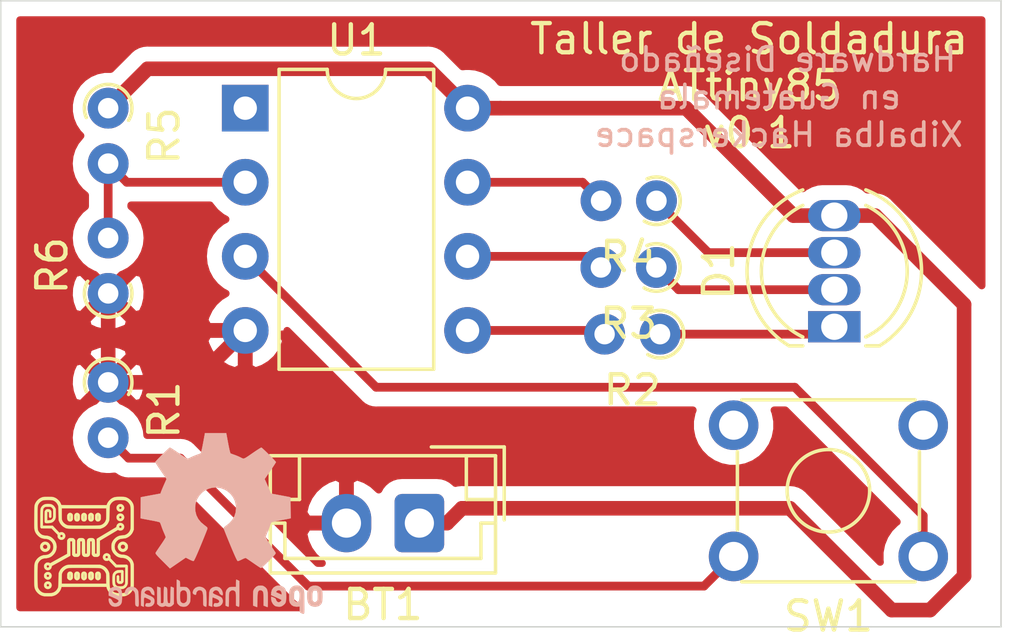
<source format=kicad_pcb>
(kicad_pcb (version 20171130) (host pcbnew "(5.1.4)-1")

  (general
    (thickness 1.6)
    (drawings 6)
    (tracks 48)
    (zones 0)
    (modules 12)
    (nets 13)
  )

  (page A4)
  (layers
    (0 F.Cu signal)
    (31 B.Cu signal)
    (32 B.Adhes user)
    (33 F.Adhes user)
    (34 B.Paste user)
    (35 F.Paste user)
    (36 B.SilkS user)
    (37 F.SilkS user)
    (38 B.Mask user)
    (39 F.Mask user)
    (40 Dwgs.User user)
    (41 Cmts.User user)
    (42 Eco1.User user)
    (43 Eco2.User user)
    (44 Edge.Cuts user)
    (45 Margin user)
    (46 B.CrtYd user)
    (47 F.CrtYd user)
    (48 B.Fab user)
    (49 F.Fab user)
  )

  (setup
    (last_trace_width 0.3)
    (trace_clearance 0.3)
    (zone_clearance 0.508)
    (zone_45_only no)
    (trace_min 0.2)
    (via_size 0.8)
    (via_drill 0.4)
    (via_min_size 0.4)
    (via_min_drill 0.3)
    (uvia_size 0.3)
    (uvia_drill 0.1)
    (uvias_allowed no)
    (uvia_min_size 0.2)
    (uvia_min_drill 0.1)
    (edge_width 0.05)
    (segment_width 0.2)
    (pcb_text_width 0.3)
    (pcb_text_size 1.5 1.5)
    (mod_edge_width 0.12)
    (mod_text_size 1 1)
    (mod_text_width 0.15)
    (pad_size 1.524 1.524)
    (pad_drill 0.762)
    (pad_to_mask_clearance 0.051)
    (solder_mask_min_width 0.25)
    (aux_axis_origin 0 0)
    (visible_elements FFFFFF7F)
    (pcbplotparams
      (layerselection 0x010fc_ffffffff)
      (usegerberextensions false)
      (usegerberattributes false)
      (usegerberadvancedattributes false)
      (creategerberjobfile false)
      (excludeedgelayer true)
      (linewidth 0.100000)
      (plotframeref false)
      (viasonmask false)
      (mode 1)
      (useauxorigin false)
      (hpglpennumber 1)
      (hpglpenspeed 20)
      (hpglpendiameter 15.000000)
      (psnegative false)
      (psa4output false)
      (plotreference true)
      (plotvalue true)
      (plotinvisibletext false)
      (padsonsilk false)
      (subtractmaskfromsilk false)
      (outputformat 1)
      (mirror false)
      (drillshape 1)
      (scaleselection 1)
      (outputdirectory ""))
  )

  (net 0 "")
  (net 1 "Net-(BT1-Pad1)")
  (net 2 "Net-(BT1-Pad2)")
  (net 3 "Net-(D1-Pad1)")
  (net 4 "Net-(D1-Pad2)")
  (net 5 "Net-(D1-Pad3)")
  (net 6 "Net-(R1-Pad2)")
  (net 7 "Net-(R2-Pad2)")
  (net 8 "Net-(R3-Pad2)")
  (net 9 "Net-(R4-Pad2)")
  (net 10 "Net-(R5-Pad2)")
  (net 11 "Net-(SW1-Pad1)")
  (net 12 "Net-(U1-Pad1)")

  (net_class Default "This is the default net class."
    (clearance 0.3)
    (trace_width 0.3)
    (via_dia 0.8)
    (via_drill 0.4)
    (uvia_dia 0.3)
    (uvia_drill 0.1)
    (add_net "Net-(D1-Pad1)")
    (add_net "Net-(D1-Pad2)")
    (add_net "Net-(D1-Pad3)")
    (add_net "Net-(R1-Pad2)")
    (add_net "Net-(R2-Pad2)")
    (add_net "Net-(R3-Pad2)")
    (add_net "Net-(R4-Pad2)")
    (add_net "Net-(R5-Pad2)")
    (add_net "Net-(SW1-Pad1)")
    (add_net "Net-(U1-Pad1)")
  )

  (net_class pwr ""
    (clearance 0.3)
    (trace_width 0.5)
    (via_dia 0.8)
    (via_drill 0.4)
    (uvia_dia 0.3)
    (uvia_drill 0.1)
    (add_net "Net-(BT1-Pad1)")
    (add_net "Net-(BT1-Pad2)")
  )

  (module logo:opensourcehardware (layer B.Cu) (tedit 5DD63223) (tstamp 5DE2F031)
    (at 158.496 118.364 180)
    (fp_text reference G*** (at 0 3.81) (layer B.SilkS) hide
      (effects (font (size 1.524 1.524) (thickness 0.3)) (justify mirror))
    )
    (fp_text value LOGO (at 0 -5.08) (layer B.SilkS) hide
      (effects (font (size 1.524 1.524) (thickness 0.3)) (justify mirror))
    )
    (fp_poly (pts (xy -2.724431 -2.144808) (xy -2.661151 -2.164189) (xy -2.642593 -2.175422) (xy -2.594599 -2.215436)
      (xy -2.561267 -2.256913) (xy -2.540083 -2.306838) (xy -2.528537 -2.372196) (xy -2.524115 -2.459971)
      (xy -2.523778 -2.505773) (xy -2.524631 -2.591584) (xy -2.527772 -2.652128) (xy -2.534175 -2.694674)
      (xy -2.544815 -2.726493) (xy -2.556194 -2.747745) (xy -2.610759 -2.81294) (xy -2.679901 -2.850697)
      (xy -2.767212 -2.862789) (xy -2.788331 -2.862226) (xy -2.881982 -2.8575) (xy -2.881952 -2.959044)
      (xy -2.882686 -3.014769) (xy -2.887845 -3.047293) (xy -2.901802 -3.065978) (xy -2.928931 -3.080187)
      (xy -2.940898 -3.08523) (xy -2.972936 -3.098809) (xy -2.997735 -3.107299) (xy -3.016169 -3.10739)
      (xy -3.029111 -3.095775) (xy -3.037434 -3.069142) (xy -3.04201 -3.024184) (xy -3.043713 -2.95759)
      (xy -3.043415 -2.866051) (xy -3.04199 -2.746258) (xy -3.041469 -2.703974) (xy -3.039742 -2.571968)
      (xy -3.037473 -2.468264) (xy -3.037456 -2.467887) (xy -2.881363 -2.467887) (xy -2.879033 -2.542194)
      (xy -2.873714 -2.60662) (xy -2.864868 -2.647583) (xy -2.849739 -2.674178) (xy -2.8347 -2.688498)
      (xy -2.801502 -2.71228) (xy -2.77647 -2.715607) (xy -2.745948 -2.698072) (xy -2.729439 -2.685357)
      (xy -2.708917 -2.667168) (xy -2.696252 -2.646808) (xy -2.689559 -2.616403) (xy -2.686951 -2.568078)
      (xy -2.686538 -2.506254) (xy -2.68759 -2.433565) (xy -2.691694 -2.385625) (xy -2.700274 -2.354659)
      (xy -2.714752 -2.332892) (xy -2.719102 -2.328333) (xy -2.764838 -2.299899) (xy -2.810946 -2.301838)
      (xy -2.84003 -2.321331) (xy -2.863589 -2.354772) (xy -2.876978 -2.401427) (xy -2.881363 -2.467887)
      (xy -3.037456 -2.467887) (xy -3.033725 -2.388602) (xy -3.027558 -2.328722) (xy -3.018032 -2.284364)
      (xy -3.00421 -2.251268) (xy -2.985152 -2.225174) (xy -2.959918 -2.201823) (xy -2.927572 -2.176955)
      (xy -2.924862 -2.174931) (xy -2.869482 -2.150156) (xy -2.798273 -2.140122) (xy -2.724431 -2.144808)) (layer B.SilkS) (width 0.01))
    (fp_poly (pts (xy -1.458231 -2.15166) (xy -1.394913 -2.182948) (xy -1.338922 -2.240715) (xy -1.322916 -2.26304)
      (xy -1.308964 -2.285652) (xy -1.299077 -2.309732) (xy -1.292562 -2.34113) (xy -1.288724 -2.385697)
      (xy -1.28687 -2.449281) (xy -1.286304 -2.537734) (xy -1.286282 -2.571701) (xy -1.286282 -2.826535)
      (xy -1.347339 -2.850077) (xy -1.389078 -2.866355) (xy -1.417055 -2.877602) (xy -1.420609 -2.879128)
      (xy -1.424829 -2.865758) (xy -1.428417 -2.82526) (xy -1.431099 -2.763068) (xy -1.432599 -2.684619)
      (xy -1.43282 -2.637979) (xy -1.433896 -2.528359) (xy -1.437649 -2.446564) (xy -1.444866 -2.387911)
      (xy -1.456331 -2.347714) (xy -1.472832 -2.321291) (xy -1.488174 -2.30823) (xy -1.532667 -2.296175)
      (xy -1.581475 -2.308851) (xy -1.611288 -2.331404) (xy -1.624536 -2.348322) (xy -1.633726 -2.369647)
      (xy -1.639585 -2.401208) (xy -1.642845 -2.448834) (xy -1.644233 -2.518355) (xy -1.644487 -2.596786)
      (xy -1.644487 -2.826535) (xy -1.705545 -2.850077) (xy -1.747283 -2.866355) (xy -1.775261 -2.877602)
      (xy -1.778814 -2.879128) (xy -1.782856 -2.865629) (xy -1.786333 -2.82477) (xy -1.789006 -2.761755)
      (xy -1.790634 -2.681787) (xy -1.791025 -2.614103) (xy -1.790109 -2.496774) (xy -1.786502 -2.406822)
      (xy -1.778918 -2.339091) (xy -1.766071 -2.288422) (xy -1.746675 -2.249661) (xy -1.719442 -2.217649)
      (xy -1.684879 -2.188593) (xy -1.637876 -2.158694) (xy -1.589935 -2.14504) (xy -1.537028 -2.142253)
      (xy -1.458231 -2.15166)) (layer B.SilkS) (width 0.01))
    (fp_poly (pts (xy -3.344547 -2.145276) (xy -3.267757 -2.175444) (xy -3.248989 -2.188283) (xy -3.204121 -2.228998)
      (xy -3.173329 -2.275332) (xy -3.154317 -2.33409) (xy -3.144792 -2.412077) (xy -3.142436 -2.504352)
      (xy -3.148202 -2.618827) (xy -3.166598 -2.706829) (xy -3.199273 -2.772541) (xy -3.247874 -2.820146)
      (xy -3.272844 -2.835432) (xy -3.344995 -2.859592) (xy -3.426832 -2.864896) (xy -3.504537 -2.851457)
      (xy -3.545565 -2.833165) (xy -3.591818 -2.799942) (xy -3.624508 -2.761764) (xy -3.645803 -2.712537)
      (xy -3.657868 -2.646169) (xy -3.662871 -2.556568) (xy -3.6634 -2.501807) (xy -3.663388 -2.500637)
      (xy -3.500641 -2.500637) (xy -3.500095 -2.572129) (xy -3.497272 -2.61872) (xy -3.490392 -2.648067)
      (xy -3.477679 -2.667828) (xy -3.45774 -2.685357) (xy -3.421322 -2.711213) (xy -3.39571 -2.71601)
      (xy -3.367165 -2.70009) (xy -3.351836 -2.687987) (xy -3.333382 -2.670321) (xy -3.321993 -2.648661)
      (xy -3.31599 -2.615265) (xy -3.313696 -2.562389) (xy -3.313397 -2.510638) (xy -3.317561 -2.417719)
      (xy -3.330978 -2.353252) (xy -3.35504 -2.314088) (xy -3.391136 -2.297079) (xy -3.40826 -2.295769)
      (xy -3.447832 -2.302326) (xy -3.474873 -2.324897) (xy -3.491345 -2.367829) (xy -3.499208 -2.435472)
      (xy -3.500641 -2.500637) (xy -3.663388 -2.500637) (xy -3.662429 -2.412376) (xy -3.658925 -2.348763)
      (xy -3.652096 -2.304271) (xy -3.641155 -2.272199) (xy -3.634968 -2.260522) (xy -3.581413 -2.199418)
      (xy -3.509645 -2.158811) (xy -3.427933 -2.140247) (xy -3.344547 -2.145276)) (layer B.SilkS) (width 0.01))
    (fp_poly (pts (xy -2.063916 -2.161961) (xy -1.986528 -2.211712) (xy -1.935217 -2.280965) (xy -1.90998 -2.369726)
      (xy -1.908481 -2.384272) (xy -1.901569 -2.467617) (xy -2.082387 -2.54666) (xy -2.152066 -2.578168)
      (xy -2.209286 -2.606039) (xy -2.248256 -2.627309) (xy -2.263189 -2.639016) (xy -2.263205 -2.639204)
      (xy -2.250422 -2.663398) (xy -2.220302 -2.6912) (xy -2.18519 -2.712823) (xy -2.162442 -2.719103)
      (xy -2.124211 -2.705418) (xy -2.089205 -2.672493) (xy -2.069161 -2.632515) (xy -2.06782 -2.620832)
      (xy -2.056775 -2.593948) (xy -2.020481 -2.56845) (xy -1.993201 -2.555703) (xy -1.949008 -2.537294)
      (xy -1.918855 -2.525732) (xy -1.911791 -2.523718) (xy -1.90755 -2.538187) (xy -1.90518 -2.57436)
      (xy -1.905 -2.589369) (xy -1.920272 -2.685343) (xy -1.965817 -2.769473) (xy -2.00067 -2.807614)
      (xy -2.039428 -2.8377) (xy -2.082669 -2.854058) (xy -2.144273 -2.86191) (xy -2.145143 -2.861971)
      (xy -2.205521 -2.863452) (xy -2.248121 -2.855548) (xy -2.287096 -2.835267) (xy -2.294272 -2.830447)
      (xy -2.343728 -2.793503) (xy -2.378018 -2.757499) (xy -2.399859 -2.715407) (xy -2.411963 -2.660196)
      (xy -2.417046 -2.584836) (xy -2.417884 -2.510325) (xy -2.415701 -2.407269) (xy -2.415286 -2.40323)
      (xy -2.263205 -2.40323) (xy -2.263205 -2.456798) (xy -2.169583 -2.415483) (xy -2.119792 -2.392981)
      (xy -2.083353 -2.375522) (xy -2.069277 -2.367632) (xy -2.073838 -2.352412) (xy -2.092153 -2.328433)
      (xy -2.13596 -2.299566) (xy -2.183204 -2.297451) (xy -2.225596 -2.318463) (xy -2.254843 -2.358978)
      (xy -2.263205 -2.40323) (xy -2.415286 -2.40323) (xy -2.40781 -2.330581) (xy -2.392197 -2.274273)
      (xy -2.366849 -2.23236) (xy -2.329752 -2.198856) (xy -2.308375 -2.184734) (xy -2.223472 -2.146752)
      (xy -2.141243 -2.140245) (xy -2.063916 -2.161961)) (layer B.SilkS) (width 0.01))
    (fp_poly (pts (xy -0.704862 -1.952539) (xy -0.701714 -1.992246) (xy -0.70019 -2.048855) (xy -0.700128 -2.06375)
      (xy -0.700128 -2.189936) (xy -0.587465 -2.189936) (xy -0.52421 -2.191534) (xy -0.482916 -2.198155)
      (xy -0.45306 -2.212542) (xy -0.431239 -2.230641) (xy -0.398132 -2.264421) (xy -0.374318 -2.298339)
      (xy -0.358298 -2.338489) (xy -0.34857 -2.390964) (xy -0.343637 -2.46186) (xy -0.341997 -2.557269)
      (xy -0.341923 -2.593565) (xy -0.341923 -2.82785) (xy -0.383394 -2.846745) (xy -0.41926 -2.860751)
      (xy -0.440381 -2.865641) (xy -0.446259 -2.850076) (xy -0.450969 -2.806226) (xy -0.45424 -2.738357)
      (xy -0.455802 -2.650735) (xy -0.455897 -2.62067) (xy -0.456106 -2.526323) (xy -0.457261 -2.458868)
      (xy -0.460159 -2.412637) (xy -0.465594 -2.381958) (xy -0.474363 -2.361162) (xy -0.487259 -2.344577)
      (xy -0.495862 -2.335734) (xy -0.548007 -2.302517) (xy -0.603616 -2.298585) (xy -0.654923 -2.324043)
      (xy -0.664726 -2.333453) (xy -0.678833 -2.350691) (xy -0.688609 -2.371142) (xy -0.694839 -2.400719)
      (xy -0.698311 -2.445333) (xy -0.699812 -2.510895) (xy -0.700128 -2.599494) (xy -0.700128 -2.82785)
      (xy -0.741599 -2.846745) (xy -0.777465 -2.860751) (xy -0.798586 -2.865641) (xy -0.80329 -2.849789)
      (xy -0.807262 -2.803938) (xy -0.810411 -2.730649) (xy -0.812648 -2.63248) (xy -0.813881 -2.511992)
      (xy -0.814102 -2.426444) (xy -0.814102 -1.987247) (xy -0.766065 -1.962405) (xy -0.730754 -1.945406)
      (xy -0.709762 -1.937617) (xy -0.709077 -1.937564) (xy -0.704862 -1.952539)) (layer B.SilkS) (width 0.01))
    (fp_poly (pts (xy 0.079868 -2.199568) (xy 0.109019 -2.213643) (xy 0.148188 -2.240181) (xy 0.177029 -2.268664)
      (xy 0.197265 -2.304534) (xy 0.210619 -2.353237) (xy 0.218815 -2.420215) (xy 0.223576 -2.510913)
      (xy 0.225568 -2.581872) (xy 0.231328 -2.828713) (xy 0.178363 -2.847177) (xy 0.141311 -2.859575)
      (xy 0.120543 -2.865545) (xy 0.119686 -2.865641) (xy 0.1173 -2.850502) (xy 0.115403 -2.809657)
      (xy 0.114234 -2.749961) (xy 0.113975 -2.701079) (xy 0.112981 -2.623309) (xy 0.10965 -2.573996)
      (xy 0.103452 -2.549086) (xy 0.093861 -2.544521) (xy 0.093622 -2.544613) (xy 0.067053 -2.555101)
      (xy 0.023144 -2.572362) (xy 0 -2.581444) (xy -0.050174 -2.60384) (xy -0.090959 -2.626685)
      (xy -0.101762 -2.634601) (xy -0.127296 -2.670756) (xy -0.125092 -2.705375) (xy -0.099729 -2.732924)
      (xy -0.055787 -2.747868) (xy -0.008907 -2.746804) (xy 0.028299 -2.744751) (xy 0.048905 -2.760192)
      (xy 0.061934 -2.788971) (xy 0.071553 -2.82724) (xy 0.062081 -2.850437) (xy 0.029189 -2.862004)
      (xy -0.031451 -2.865379) (xy -0.034226 -2.865392) (xy -0.115512 -2.853048) (xy -0.164483 -2.828443)
      (xy -0.215977 -2.776664) (xy -0.24327 -2.711994) (xy -0.245131 -2.642981) (xy -0.220327 -2.578172)
      (xy -0.203665 -2.556436) (xy -0.177639 -2.53803) (xy -0.129645 -2.51266) (xy -0.068245 -2.484691)
      (xy -0.040465 -2.473199) (xy 0.031973 -2.441963) (xy 0.076317 -2.417161) (xy 0.095917 -2.396759)
      (xy 0.097579 -2.389391) (xy 0.083397 -2.350016) (xy 0.047888 -2.316187) (xy 0.002069 -2.297196)
      (xy -0.013444 -2.295769) (xy -0.058147 -2.308097) (xy -0.099374 -2.338545) (xy -0.125942 -2.377311)
      (xy -0.130256 -2.398163) (xy -0.143178 -2.420568) (xy -0.173738 -2.446776) (xy -0.209629 -2.467796)
      (xy -0.235281 -2.474872) (xy -0.24088 -2.460409) (xy -0.243999 -2.424271) (xy -0.24423 -2.409515)
      (xy -0.229622 -2.33472) (xy -0.190569 -2.264511) (xy -0.134227 -2.21133) (xy -0.127994 -2.207472)
      (xy -0.065569 -2.186385) (xy 0.008621 -2.183878) (xy 0.079868 -2.199568)) (layer B.SilkS) (width 0.01))
    (fp_poly (pts (xy 0.621945 -2.190728) (xy 0.69001 -2.220812) (xy 0.743374 -2.272727) (xy 0.756325 -2.294241)
      (xy 0.779566 -2.357872) (xy 0.777073 -2.406864) (xy 0.74916 -2.438432) (xy 0.739774 -2.442711)
      (xy 0.696455 -2.456226) (xy 0.674882 -2.451759) (xy 0.667891 -2.426322) (xy 0.667564 -2.412582)
      (xy 0.654121 -2.364934) (xy 0.620554 -2.32332) (xy 0.577009 -2.29855) (xy 0.557943 -2.295769)
      (xy 0.510929 -2.300874) (xy 0.475853 -2.318702) (xy 0.451139 -2.353026) (xy 0.435212 -2.407618)
      (xy 0.426495 -2.48625) (xy 0.423413 -2.592694) (xy 0.423334 -2.617988) (xy 0.423149 -2.703923)
      (xy 0.421905 -2.763004) (xy 0.418567 -2.800943) (xy 0.412098 -2.823452) (xy 0.401464 -2.836241)
      (xy 0.385629 -2.84502) (xy 0.381862 -2.846745) (xy 0.345424 -2.860785) (xy 0.323474 -2.865641)
      (xy 0.31652 -2.849446) (xy 0.312263 -2.800988) (xy 0.310711 -2.720458) (xy 0.311873 -2.608044)
      (xy 0.312029 -2.600287) (xy 0.314675 -2.497185) (xy 0.318129 -2.421294) (xy 0.322991 -2.367262)
      (xy 0.329863 -2.329736) (xy 0.339347 -2.303364) (xy 0.346879 -2.290151) (xy 0.401648 -2.232187)
      (xy 0.470555 -2.196344) (xy 0.546391 -2.182548) (xy 0.621945 -2.190728)) (layer B.SilkS) (width 0.01))
    (fp_poly (pts (xy 1.329502 -1.953106) (xy 1.33138 -1.996781) (xy 1.332568 -2.064164) (xy 1.333011 -2.150829)
      (xy 1.332653 -2.252351) (xy 1.331867 -2.332404) (xy 1.33016 -2.456844) (xy 1.328256 -2.552973)
      (xy 1.325793 -2.625043) (xy 1.322408 -2.677307) (xy 1.317736 -2.714016) (xy 1.311414 -2.739423)
      (xy 1.30308 -2.757781) (xy 1.294423 -2.770645) (xy 1.256841 -2.810589) (xy 1.218642 -2.839844)
      (xy 1.168667 -2.857067) (xy 1.103319 -2.864028) (xy 1.038369 -2.859984) (xy 1.001346 -2.850108)
      (xy 0.953059 -2.817304) (xy 0.90821 -2.765626) (xy 0.880316 -2.713972) (xy 0.872614 -2.677525)
      (xy 0.866664 -2.618687) (xy 0.863348 -2.547623) (xy 0.863102 -2.526654) (xy 0.976923 -2.526654)
      (xy 0.977713 -2.597583) (xy 0.981273 -2.644225) (xy 0.989386 -2.674838) (xy 1.003836 -2.697686)
      (xy 1.016888 -2.711702) (xy 1.068817 -2.745459) (xy 1.122921 -2.749902) (xy 1.172042 -2.725154)
      (xy 1.187408 -2.708766) (xy 1.204105 -2.682534) (xy 1.214306 -2.650255) (xy 1.219487 -2.603614)
      (xy 1.221123 -2.534295) (xy 1.221154 -2.518501) (xy 1.220215 -2.445844) (xy 1.216369 -2.397673)
      (xy 1.208077 -2.365937) (xy 1.193799 -2.342585) (xy 1.185752 -2.333453) (xy 1.136299 -2.301183)
      (xy 1.081177 -2.296485) (xy 1.030167 -2.319066) (xy 1.010669 -2.33867) (xy 0.993838 -2.365191)
      (xy 0.983613 -2.397889) (xy 0.978483 -2.44518) (xy 0.97694 -2.51548) (xy 0.976923 -2.526654)
      (xy 0.863102 -2.526654) (xy 0.862949 -2.513708) (xy 0.865384 -2.422469) (xy 0.874404 -2.355387)
      (xy 0.892584 -2.304302) (xy 0.9225 -2.261054) (xy 0.952265 -2.230641) (xy 0.980485 -2.208405)
      (xy 1.012039 -2.196045) (xy 1.057449 -2.190821) (xy 1.108492 -2.189936) (xy 1.221154 -2.189936)
      (xy 1.221154 -2.088591) (xy 1.222245 -2.032272) (xy 1.227938 -1.998961) (xy 1.241867 -1.979117)
      (xy 1.267663 -1.963198) (xy 1.269192 -1.962405) (xy 1.304769 -1.945386) (xy 1.326281 -1.937613)
      (xy 1.326988 -1.937564) (xy 1.329502 -1.953106)) (layer B.SilkS) (width 0.01))
    (fp_poly (pts (xy 1.998801 -2.197223) (xy 2.000381 -2.240091) (xy 2.001623 -2.305275) (xy 2.002426 -2.387651)
      (xy 2.002693 -2.47648) (xy 2.002693 -2.771166) (xy 1.952125 -2.818403) (xy 1.904898 -2.852668)
      (xy 1.852735 -2.865062) (xy 1.833266 -2.865641) (xy 1.785668 -2.861139) (xy 1.750798 -2.849916)
      (xy 1.74503 -2.845696) (xy 1.722377 -2.833894) (xy 1.693148 -2.845696) (xy 1.656354 -2.858648)
      (xy 1.60589 -2.865374) (xy 1.59461 -2.865641) (xy 1.539214 -2.858475) (xy 1.495048 -2.8318)
      (xy 1.480415 -2.818047) (xy 1.432821 -2.770454) (xy 1.432821 -2.219586) (xy 1.474292 -2.20069)
      (xy 1.510158 -2.186685) (xy 1.531279 -2.181795) (xy 1.536899 -2.197436) (xy 1.541455 -2.241816)
      (xy 1.544735 -2.311122) (xy 1.546524 -2.40154) (xy 1.546795 -2.459101) (xy 1.547138 -2.561619)
      (xy 1.548447 -2.636152) (xy 1.551148 -2.687277) (xy 1.555664 -2.719569) (xy 1.562419 -2.737604)
      (xy 1.571837 -2.745956) (xy 1.573431 -2.746628) (xy 1.609058 -2.747332) (xy 1.626348 -2.740295)
      (xy 1.63667 -2.729102) (xy 1.644238 -2.707285) (xy 1.649603 -2.670028) (xy 1.653314 -2.612514)
      (xy 1.655924 -2.529926) (xy 1.6571 -2.47148) (xy 1.658925 -2.375905) (xy 1.661041 -2.307759)
      (xy 1.664309 -2.261911) (xy 1.669592 -2.233232) (xy 1.677752 -2.216591) (xy 1.68965 -2.206859)
      (xy 1.702642 -2.200508) (xy 1.738378 -2.186584) (xy 1.759228 -2.181795) (xy 1.764952 -2.197404)
      (xy 1.769606 -2.241563) (xy 1.772952 -2.310266) (xy 1.774751 -2.39951) (xy 1.774993 -2.446378)
      (xy 1.775894 -2.537125) (xy 1.778224 -2.617214) (xy 1.781686 -2.680629) (xy 1.785987 -2.721354)
      (xy 1.789046 -2.732739) (xy 1.814253 -2.747617) (xy 1.841713 -2.749021) (xy 1.880577 -2.743526)
      (xy 1.889511 -2.217268) (xy 1.94039 -2.199532) (xy 1.976659 -2.187427) (xy 1.996452 -2.181839)
      (xy 1.996981 -2.181795) (xy 1.998801 -2.197223)) (layer B.SilkS) (width 0.01))
    (fp_poly (pts (xy 2.435035 -2.203935) (xy 2.453729 -2.2137) (xy 2.49023 -2.239435) (xy 2.517025 -2.269118)
      (xy 2.535561 -2.307993) (xy 2.547284 -2.361305) (xy 2.553641 -2.434297) (xy 2.556078 -2.532213)
      (xy 2.556282 -2.585424) (xy 2.556282 -2.82785) (xy 2.514811 -2.846745) (xy 2.482147 -2.860556)
      (xy 2.465965 -2.865641) (xy 2.462879 -2.850505) (xy 2.460427 -2.809676) (xy 2.458919 -2.750023)
      (xy 2.45859 -2.701723) (xy 2.458581 -2.623475) (xy 2.455004 -2.574336) (xy 2.442535 -2.550899)
      (xy 2.415851 -2.549755) (xy 2.369628 -2.567498) (xy 2.29984 -2.600113) (xy 2.248524 -2.627202)
      (xy 2.22213 -2.650704) (xy 2.214371 -2.676319) (xy 2.214359 -2.677586) (xy 2.227163 -2.721712)
      (xy 2.265072 -2.74555) (xy 2.323088 -2.749003) (xy 2.364877 -2.748404) (xy 2.386911 -2.760439)
      (xy 2.400652 -2.789349) (xy 2.40856 -2.82618) (xy 2.397163 -2.847078) (xy 2.392872 -2.850068)
      (xy 2.357422 -2.860474) (xy 2.30469 -2.863899) (xy 2.249203 -2.860343) (xy 2.206218 -2.850108)
      (xy 2.14524 -2.808429) (xy 2.106801 -2.746333) (xy 2.094958 -2.678397) (xy 2.100942 -2.624001)
      (xy 2.121814 -2.579944) (xy 2.161953 -2.541933) (xy 2.225739 -2.505677) (xy 2.306227 -2.471294)
      (xy 2.379741 -2.439842) (xy 2.424057 -2.413101) (xy 2.441531 -2.387734) (xy 2.43452 -2.360402)
      (xy 2.406674 -2.328968) (xy 2.35462 -2.29889) (xy 2.300811 -2.297796) (xy 2.252897 -2.323497)
      (xy 2.21853 -2.373801) (xy 2.21483 -2.383893) (xy 2.18653 -2.433327) (xy 2.148398 -2.45644)
      (xy 2.100385 -2.473178) (xy 2.100385 -2.406748) (xy 2.113862 -2.331671) (xy 2.150059 -2.263401)
      (xy 2.202625 -2.213062) (xy 2.215123 -2.205823) (xy 2.284251 -2.185354) (xy 2.362741 -2.184896)
      (xy 2.435035 -2.203935)) (layer B.SilkS) (width 0.01))
    (fp_poly (pts (xy 2.970916 -2.195729) (xy 3.038632 -2.236457) (xy 3.087031 -2.302945) (xy 3.110329 -2.371064)
      (xy 3.11488 -2.408925) (xy 3.102066 -2.429955) (xy 3.082594 -2.440646) (xy 3.044654 -2.455206)
      (xy 3.02256 -2.451011) (xy 3.00728 -2.423057) (xy 2.997901 -2.393727) (xy 2.967527 -2.335748)
      (xy 2.923427 -2.302511) (xy 2.873001 -2.294343) (xy 2.823645 -2.311569) (xy 2.78276 -2.354515)
      (xy 2.768589 -2.383637) (xy 2.761971 -2.417051) (xy 2.756566 -2.474815) (xy 2.752943 -2.548724)
      (xy 2.751667 -2.627998) (xy 2.751456 -2.711537) (xy 2.750078 -2.768391) (xy 2.74642 -2.80444)
      (xy 2.739367 -2.825564) (xy 2.727804 -2.837642) (xy 2.710616 -2.846554) (xy 2.710196 -2.846745)
      (xy 2.682484 -2.858573) (xy 2.662531 -2.862288) (xy 2.649211 -2.853932) (xy 2.6414 -2.82955)
      (xy 2.637975 -2.785182) (xy 2.637811 -2.716871) (xy 2.639785 -2.62066) (xy 2.640268 -2.600561)
      (xy 2.642988 -2.50071) (xy 2.646107 -2.427748) (xy 2.65041 -2.376006) (xy 2.65668 -2.33981)
      (xy 2.665701 -2.313489) (xy 2.678256 -2.291372) (xy 2.684169 -2.282815) (xy 2.74537 -2.221388)
      (xy 2.821912 -2.188425) (xy 2.885185 -2.181856) (xy 2.970916 -2.195729)) (layer B.SilkS) (width 0.01))
    (fp_poly (pts (xy 3.520553 -2.195184) (xy 3.590268 -2.233344) (xy 3.638292 -2.293347) (xy 3.66152 -2.372206)
      (xy 3.663215 -2.404116) (xy 3.662969 -2.483013) (xy 3.4925 -2.556282) (xy 3.410529 -2.593191)
      (xy 3.356717 -2.622706) (xy 3.32842 -2.647995) (xy 3.322996 -2.672226) (xy 3.3378 -2.698568)
      (xy 3.357173 -2.718468) (xy 3.408471 -2.747906) (xy 3.461661 -2.748243) (xy 3.509715 -2.721697)
      (xy 3.545605 -2.670489) (xy 3.550741 -2.657378) (xy 3.58297 -2.609446) (xy 3.615797 -2.590874)
      (xy 3.646098 -2.581876) (xy 3.659714 -2.588025) (xy 3.663324 -2.616301) (xy 3.663462 -2.640688)
      (xy 3.649985 -2.715765) (xy 3.613788 -2.784035) (xy 3.561222 -2.834374) (xy 3.548724 -2.841613)
      (xy 3.479596 -2.862081) (xy 3.401105 -2.86254) (xy 3.328812 -2.843501) (xy 3.310118 -2.833736)
      (xy 3.268872 -2.80315) (xy 3.240003 -2.76603) (xy 3.221517 -2.71635) (xy 3.211422 -2.648085)
      (xy 3.207725 -2.55521) (xy 3.207564 -2.523718) (xy 3.208789 -2.468809) (xy 3.305788 -2.468809)
      (xy 3.30852 -2.497925) (xy 3.318354 -2.504722) (xy 3.338831 -2.495973) (xy 3.380548 -2.477992)
      (xy 3.43487 -2.454501) (xy 3.440469 -2.452077) (xy 3.493588 -2.426346) (xy 3.532388 -2.402361)
      (xy 3.54929 -2.384885) (xy 3.549488 -2.383512) (xy 3.535859 -2.352277) (xy 3.502899 -2.321262)
      (xy 3.462494 -2.299952) (xy 3.439514 -2.295769) (xy 3.379288 -2.308502) (xy 3.338019 -2.347522)
      (xy 3.323251 -2.379265) (xy 3.31082 -2.426163) (xy 3.305788 -2.468809) (xy 3.208789 -2.468809)
      (xy 3.209817 -2.422807) (xy 3.217905 -2.348207) (xy 3.233821 -2.293893) (xy 3.259558 -2.253839)
      (xy 3.297109 -2.222019) (xy 3.310118 -2.2137) (xy 3.367615 -2.19078) (xy 3.432251 -2.181856)
      (xy 3.520553 -2.195184)) (layer B.SilkS) (width 0.01))
    (fp_poly (pts (xy 0.427128 2.743877) (xy 0.44675 2.642161) (xy 0.465732 2.551346) (xy 0.482937 2.476313)
      (xy 0.497222 2.42194) (xy 0.50745 2.39311) (xy 0.5098 2.389992) (xy 0.534395 2.378844)
      (xy 0.580005 2.361596) (xy 0.635 2.342576) (xy 0.707086 2.315892) (xy 0.788405 2.281702)
      (xy 0.851092 2.252392) (xy 0.888098 2.233266) (xy 0.917318 2.219196) (xy 0.942991 2.211726)
      (xy 0.969357 2.212403) (xy 1.000655 2.222773) (xy 1.041125 2.24438) (xy 1.095007 2.278772)
      (xy 1.16654 2.327494) (xy 1.259965 2.392091) (xy 1.288799 2.411977) (xy 1.370041 2.467179)
      (xy 1.443002 2.515343) (xy 1.503148 2.553592) (xy 1.545944 2.579044) (xy 1.566858 2.58882)
      (xy 1.567266 2.588846) (xy 1.584379 2.577771) (xy 1.619762 2.547331) (xy 1.669217 2.501701)
      (xy 1.728547 2.445058) (xy 1.793553 2.381578) (xy 1.860037 2.315436) (xy 1.923802 2.250809)
      (xy 1.98065 2.191872) (xy 2.026382 2.142803) (xy 2.0568 2.107776) (xy 2.067708 2.091022)
      (xy 2.058857 2.073651) (xy 2.034185 2.033689) (xy 1.996413 1.975319) (xy 1.948258 1.902722)
      (xy 1.892438 1.82008) (xy 1.874146 1.793284) (xy 1.680698 1.510607) (xy 1.758013 1.337387)
      (xy 1.792102 1.25975) (xy 1.824047 1.184767) (xy 1.849756 1.122164) (xy 1.862782 1.088365)
      (xy 1.890237 1.012563) (xy 2.129638 0.9683) (xy 2.223618 0.950856) (xy 2.315139 0.933746)
      (xy 2.395198 0.918662) (xy 2.454791 0.907296) (xy 2.466731 0.904981) (xy 2.564423 0.885923)
      (xy 2.568802 0.525787) (xy 2.57318 0.165651) (xy 2.495532 0.149255) (xy 2.451549 0.140461)
      (xy 2.383594 0.127469) (xy 2.299756 0.111799) (xy 2.208122 0.094973) (xy 2.173654 0.088721)
      (xy 2.087373 0.07219) (xy 2.011968 0.055977) (xy 1.953523 0.041527) (xy 1.918118 0.030283)
      (xy 1.911003 0.026362) (xy 1.897188 0.002574) (xy 1.878091 -0.04297) (xy 1.857652 -0.100792)
      (xy 1.856023 -0.105833) (xy 1.829702 -0.180749) (xy 1.796375 -0.265969) (xy 1.764539 -0.340146)
      (xy 1.738791 -0.399305) (xy 1.719512 -0.448833) (xy 1.710053 -0.479955) (xy 1.709616 -0.483859)
      (xy 1.718499 -0.504329) (xy 1.743138 -0.546605) (xy 1.780519 -0.605885) (xy 1.827625 -0.677366)
      (xy 1.872619 -0.743492) (xy 1.92693 -0.822623) (xy 1.975676 -0.894422) (xy 2.015437 -0.953791)
      (xy 2.042793 -0.995632) (xy 2.053492 -1.013136) (xy 2.057395 -1.02607) (xy 2.054078 -1.042114)
      (xy 2.040955 -1.064417) (xy 2.015439 -1.096129) (xy 1.974944 -1.140397) (xy 1.916883 -1.20037)
      (xy 1.83867 -1.279197) (xy 1.81775 -1.300134) (xy 1.56414 -1.553744) (xy 1.469987 -1.488839)
      (xy 1.418817 -1.453605) (xy 1.34998 -1.406261) (xy 1.272662 -1.353123) (xy 1.199316 -1.302748)
      (xy 1.022799 -1.181563) (xy 0.902739 -1.243367) (xy 0.844001 -1.271434) (xy 0.794012 -1.2914)
      (xy 0.761409 -1.299934) (xy 0.756454 -1.299797) (xy 0.741868 -1.282685) (xy 0.716022 -1.235022)
      (xy 0.678918 -1.156812) (xy 0.630557 -1.048058) (xy 0.570941 -0.908764) (xy 0.510964 -0.765256)
      (xy 0.459428 -0.640307) (xy 0.41169 -0.523472) (xy 0.369252 -0.418509) (xy 0.333616 -0.329178)
      (xy 0.306282 -0.259237) (xy 0.288754 -0.212445) (xy 0.282717 -0.193836) (xy 0.281184 -0.17038)
      (xy 0.291065 -0.148687) (xy 0.317285 -0.12278) (xy 0.364767 -0.086684) (xy 0.380096 -0.075683)
      (xy 0.504121 0.029005) (xy 0.597735 0.144789) (xy 0.661503 0.272711) (xy 0.695987 0.413809)
      (xy 0.703002 0.521317) (xy 0.687355 0.670749) (xy 0.641708 0.810286) (xy 0.568005 0.936293)
      (xy 0.468185 1.045136) (xy 0.391535 1.104082) (xy 0.257949 1.174689) (xy 0.117066 1.214763)
      (xy -0.027088 1.224306) (xy -0.170487 1.203316) (xy -0.309106 1.151794) (xy -0.391535 1.104082)
      (xy -0.507041 1.008122) (xy -0.597674 0.892676) (xy -0.661491 0.761375) (xy -0.696551 0.617854)
      (xy -0.703001 0.521317) (xy -0.688744 0.370344) (xy -0.645597 0.233279) (xy -0.572998 0.109081)
      (xy -0.470385 -0.003289) (xy -0.380095 -0.075683) (xy -0.326686 -0.115171) (xy -0.295739 -0.143021)
      (xy -0.282329 -0.165207) (xy -0.281528 -0.187705) (xy -0.282669 -0.193836) (xy -0.290865 -0.218428)
      (xy -0.310135 -0.269299) (xy -0.338978 -0.342692) (xy -0.37589 -0.43485) (xy -0.419368 -0.542016)
      (xy -0.467909 -0.660431) (xy -0.511252 -0.765256) (xy -0.580098 -0.929484) (xy -0.63772 -1.063387)
      (xy -0.684214 -1.167178) (xy -0.719679 -1.241065) (xy -0.744209 -1.285258) (xy -0.757364 -1.299908)
      (xy -0.78367 -1.295294) (xy -0.829383 -1.278114) (xy -0.885562 -1.251829) (xy -0.897598 -1.24561)
      (xy -0.954044 -1.218353) (xy -1.001121 -1.199986) (xy -1.030291 -1.193733) (xy -1.033465 -1.194307)
      (xy -1.053536 -1.205994) (xy -1.095512 -1.233155) (xy -1.154614 -1.272604) (xy -1.226059 -1.321157)
      (xy -1.292639 -1.367008) (xy -1.370683 -1.42072) (xy -1.440314 -1.467986) (xy -1.496783 -1.505634)
      (xy -1.53534 -1.530493) (xy -1.550478 -1.539196) (xy -1.56774 -1.530511) (xy -1.60421 -1.501513)
      (xy -1.656443 -1.455285) (xy -1.720996 -1.394912) (xy -1.794426 -1.323475) (xy -1.821256 -1.29676)
      (xy -1.903747 -1.213732) (xy -1.965518 -1.15026) (xy -2.009166 -1.10317) (xy -2.037289 -1.069287)
      (xy -2.052486 -1.045436) (xy -2.057355 -1.028444) (xy -2.054492 -1.015135) (xy -2.053446 -1.013052)
      (xy -2.038606 -0.9891) (xy -2.008601 -0.943502) (xy -1.966851 -0.881357) (xy -1.916772 -0.807759)
      (xy -1.872619 -0.743492) (xy -1.819657 -0.665441) (xy -1.773884 -0.595524) (xy -1.738314 -0.538549)
      (xy -1.715965 -0.499325) (xy -1.709615 -0.483599) (xy -1.716039 -0.458347) (xy -1.733082 -0.412498)
      (xy -1.757398 -0.354873) (xy -1.764119 -0.339885) (xy -1.797135 -0.262571) (xy -1.830398 -0.177312)
      (xy -1.855603 -0.105833) (xy -1.876172 -0.047448) (xy -1.895672 -0.00054) (xy -1.910138 0.025429)
      (xy -1.911002 0.026362) (xy -1.932813 0.035494) (xy -1.980662 0.048544) (xy -2.048468 0.064069)
      (xy -2.130148 0.080624) (xy -2.173654 0.088721) (xy -2.266124 0.10559) (xy -2.353809 0.121868)
      (xy -2.428621 0.136034) (xy -2.482473 0.146569) (xy -2.495532 0.149255) (xy -2.573179 0.165651)
      (xy -2.564423 0.885923) (xy -2.46673 0.904981) (xy -2.41459 0.914983) (xy -2.339427 0.929184)
      (xy -2.250245 0.94589) (xy -2.156048 0.963412) (xy -2.129637 0.9683) (xy -1.890236 1.012563)
      (xy -1.862782 1.088365) (xy -1.844718 1.134686) (xy -1.817247 1.200925) (xy -1.784458 1.277364)
      (xy -1.757956 1.33751) (xy -1.680585 1.510852) (xy -1.874203 1.792922) (xy -1.931917 1.877712)
      (xy -1.982776 1.953788) (xy -2.024055 2.016963) (xy -2.05303 2.063047) (xy -2.066975 2.087852)
      (xy -2.06782 2.090537) (xy -2.056684 2.107637) (xy -2.026075 2.142918) (xy -1.980192 2.1922)
      (xy -1.923234 2.251302) (xy -1.859401 2.316045) (xy -1.792892 2.382247) (xy -1.727906 2.445729)
      (xy -1.668643 2.50231) (xy -1.6193 2.54781) (xy -1.584079 2.578048) (xy -1.567265 2.588846)
      (xy -1.547626 2.579973) (xy -1.505866 2.555272) (xy -1.446519 2.517624) (xy -1.374118 2.469908)
      (xy -1.293198 2.415005) (xy -1.288799 2.411977) (xy -1.188891 2.342933) (xy -1.111993 2.290173)
      (xy -1.053865 2.25215) (xy -1.010268 2.227319) (xy -0.976962 2.214134) (xy -0.949706 2.21105)
      (xy -0.924262 2.21652) (xy -0.89639 2.228999) (xy -0.86185 2.246941) (xy -0.851091 2.252392)
      (xy -0.777346 2.286569) (xy -0.69615 2.320204) (xy -0.635 2.342576) (xy -0.578555 2.362119)
      (xy -0.53339 2.37925) (xy -0.5098 2.389992) (xy -0.501213 2.409024) (xy -0.488179 2.455257)
      (xy -0.47184 2.523812) (xy -0.453334 2.609807) (xy -0.433802 2.708363) (xy -0.427128 2.743877)
      (xy -0.363822 3.085449) (xy 0.363823 3.085449) (xy 0.427128 2.743877)) (layer B.SilkS) (width 0.01))
  )

  (module logo:logo (layer F.Cu) (tedit 5DD63469) (tstamp 5DE2EF3B)
    (at 153.924 119.126)
    (fp_text reference G*** (at 0 -3.81) (layer F.SilkS) hide
      (effects (font (size 1.524 1.524) (thickness 0.3)))
    )
    (fp_text value LOGO (at 0.75 3.81) (layer F.SilkS) hide
      (effects (font (size 1.524 1.524) (thickness 0.3)))
    )
    (fp_poly (pts (xy 1.348737 -1.660776) (xy 1.388406 -1.659992) (xy 1.421053 -1.658396) (xy 1.448244 -1.655749)
      (xy 1.471545 -1.651813) (xy 1.492522 -1.646352) (xy 1.512741 -1.639126) (xy 1.533768 -1.629899)
      (xy 1.546867 -1.623578) (xy 1.601065 -1.591602) (xy 1.649139 -1.552514) (xy 1.69008 -1.507302)
      (xy 1.722879 -1.456952) (xy 1.728696 -1.445702) (xy 1.735153 -1.432744) (xy 1.740804 -1.4212)
      (xy 1.745702 -1.41033) (xy 1.749901 -1.399398) (xy 1.753455 -1.387664) (xy 1.756417 -1.37439)
      (xy 1.758841 -1.358838) (xy 1.76078 -1.34027) (xy 1.762289 -1.317947) (xy 1.763421 -1.291131)
      (xy 1.76423 -1.259083) (xy 1.764769 -1.221065) (xy 1.765093 -1.17634) (xy 1.765254 -1.124168)
      (xy 1.765307 -1.063811) (xy 1.765305 -0.99453) (xy 1.7653 -0.94234) (xy 1.7653 -0.54102)
      (xy 1.751162 -0.50098) (xy 1.725108 -0.442067) (xy 1.690754 -0.38869) (xy 1.64872 -0.341551)
      (xy 1.59963 -0.301351) (xy 1.546451 -0.269943) (xy 1.518271 -0.257268) (xy 1.490675 -0.247893)
      (xy 1.460814 -0.24114) (xy 1.425844 -0.236329) (xy 1.39388 -0.233538) (xy 1.34811 -0.228957)
      (xy 1.310191 -0.222144) (xy 1.277944 -0.2125) (xy 1.249193 -0.199428) (xy 1.231533 -0.188928)
      (xy 1.190145 -0.156348) (xy 1.156654 -0.117669) (xy 1.13148 -0.073675) (xy 1.115047 -0.025152)
      (xy 1.107777 0.027118) (xy 1.10744 0.041457) (xy 1.110713 0.091732) (xy 1.12108 0.136058)
      (xy 1.139359 0.176428) (xy 1.166368 0.214837) (xy 1.188683 0.23938) (xy 1.218876 0.267213)
      (xy 1.248842 0.28829) (xy 1.280787 0.303537) (xy 1.316919 0.313878) (xy 1.359447 0.32024)
      (xy 1.38684 0.322406) (xy 1.445994 0.328704) (xy 1.498111 0.34051) (xy 1.545178 0.358668)
      (xy 1.589183 0.384019) (xy 1.632114 0.417405) (xy 1.650325 0.434048) (xy 1.692229 0.480507)
      (xy 1.725346 0.531617) (xy 1.749341 0.586801) (xy 1.759603 0.623302) (xy 1.761197 0.63138)
      (xy 1.762576 0.640953) (xy 1.763754 0.652766) (xy 1.764747 0.667565) (xy 1.765569 0.686096)
      (xy 1.766236 0.709103) (xy 1.766764 0.737333) (xy 1.767166 0.77153) (xy 1.767459 0.81244)
      (xy 1.767657 0.860809) (xy 1.767776 0.917382) (xy 1.767831 0.982905) (xy 1.767839 1.028646)
      (xy 1.767833 1.103113) (xy 1.767774 1.16819) (xy 1.767602 1.224648) (xy 1.767258 1.273259)
      (xy 1.766684 1.314792) (xy 1.765819 1.35002) (xy 1.764603 1.379712) (xy 1.762979 1.404639)
      (xy 1.760885 1.425572) (xy 1.758262 1.443282) (xy 1.755052 1.458539) (xy 1.751194 1.472115)
      (xy 1.74663 1.484779) (xy 1.741299 1.497304) (xy 1.735143 1.510458) (xy 1.729823 1.52146)
      (xy 1.698913 1.574136) (xy 1.660218 1.62174) (xy 1.615004 1.663208) (xy 1.56454 1.697477)
      (xy 1.510093 1.723482) (xy 1.47574 1.734758) (xy 1.457789 1.738146) (xy 1.431656 1.741064)
      (xy 1.399307 1.743456) (xy 1.362711 1.745267) (xy 1.323835 1.746439) (xy 1.284648 1.746918)
      (xy 1.247119 1.746646) (xy 1.213214 1.745569) (xy 1.184902 1.74363) (xy 1.180349 1.743163)
      (xy 1.130036 1.734617) (xy 1.081892 1.720675) (xy 1.039306 1.702365) (xy 1.03124 1.697978)
      (xy 0.984935 1.666798) (xy 0.942392 1.628643) (xy 0.904969 1.585229) (xy 0.874024 1.538277)
      (xy 0.850915 1.489503) (xy 0.840468 1.45657) (xy 0.831876 1.422367) (xy 0.05976 1.423653)
      (xy -0.712356 1.42494) (xy -0.721564 1.4612) (xy -0.740258 1.514611) (xy -0.768471 1.566002)
      (xy -0.805618 1.614428) (xy -0.834983 1.64453) (xy -0.883334 1.683098) (xy -0.936074 1.712542)
      (xy -0.992907 1.732722) (xy -1.042328 1.742255) (xy -1.063946 1.74413) (xy -1.093267 1.7455)
      (xy -1.127933 1.746365) (xy -1.165584 1.746728) (xy -1.203863 1.746591) (xy -1.240408 1.745955)
      (xy -1.272863 1.744821) (xy -1.298868 1.743193) (xy -1.309859 1.74205) (xy -1.366988 1.729584)
      (xy -1.421776 1.707579) (xy -1.473195 1.67657) (xy -1.520219 1.637091) (xy -1.529601 1.627606)
      (xy -1.567483 1.583398) (xy -1.596468 1.538566) (xy -1.617708 1.490976) (xy -1.632353 1.438497)
      (xy -1.63276 1.436548) (xy -1.634361 1.427657) (xy -1.635741 1.417103) (xy -1.636916 1.404122)
      (xy -1.6379 1.38795) (xy -1.63871 1.367823) (xy -1.639361 1.342976) (xy -1.639868 1.312647)
      (xy -1.640248 1.276071) (xy -1.640516 1.232484) (xy -1.640687 1.181122) (xy -1.640778 1.121222)
      (xy -1.6408 1.058304) (xy -1.534864 1.058304) (xy -1.5347 1.114383) (xy -1.534355 1.169056)
      (xy -1.533829 1.221272) (xy -1.533123 1.269978) (xy -1.532236 1.314125) (xy -1.53117 1.352659)
      (xy -1.529925 1.384531) (xy -1.528499 1.408689) (xy -1.526895 1.42408) (xy -1.526338 1.427007)
      (xy -1.5111 1.47206) (xy -1.48707 1.514139) (xy -1.4536 1.554357) (xy -1.450495 1.557528)
      (xy -1.414436 1.588534) (xy -1.374886 1.61294) (xy -1.334121 1.629487) (xy -1.310298 1.635074)
      (xy -1.290605 1.637287) (xy -1.263373 1.638887) (xy -1.230717 1.639887) (xy -1.19475 1.640304)
      (xy -1.157584 1.640151) (xy -1.121334 1.639443) (xy -1.088113 1.638194) (xy -1.060033 1.636419)
      (xy -1.039209 1.634133) (xy -1.03378 1.633164) (xy -0.984263 1.617676) (xy -0.939068 1.593397)
      (xy -0.899066 1.561088) (xy -0.865124 1.521513) (xy -0.838112 1.475434) (xy -0.828516 1.452956)
      (xy -0.825475 1.444812) (xy -0.82295 1.437088) (xy -0.820877 1.428761) (xy -0.819191 1.418807)
      (xy -0.817829 1.406202) (xy -0.816725 1.389922) (xy -0.815816 1.368941) (xy -0.815037 1.342238)
      (xy -0.814324 1.308786) (xy -0.813613 1.267563) (xy -0.812839 1.217543) (xy -0.812557 1.19888)
      (xy -0.812019 1.164053) (xy -0.70612 1.164053) (xy -0.70612 1.31826) (xy 0.82886 1.31826)
      (xy 0.826844 1.15316) (xy 0.826249 1.107415) (xy 0.825646 1.070599) (xy 0.824952 1.041479)
      (xy 0.824085 1.018825) (xy 0.82296 1.001404) (xy 0.821496 0.987984) (xy 0.819609 0.977335)
      (xy 0.817217 0.968225) (xy 0.814237 0.959422) (xy 0.81371 0.957985) (xy 0.790462 0.909143)
      (xy 0.759388 0.866326) (xy 0.721269 0.83029) (xy 0.676882 0.801794) (xy 0.635 0.784131)
      (xy 0.630027 0.782626) (xy 0.624277 0.781288) (xy 0.617144 0.780104) (xy 0.608018 0.779065)
      (xy 0.596292 0.778157) (xy 0.581358 0.777368) (xy 0.562608 0.776687) (xy 0.539434 0.776101)
      (xy 0.511228 0.7756) (xy 0.477381 0.77517) (xy 0.437287 0.7748) (xy 0.390336 0.774478)
      (xy 0.335922 0.774192) (xy 0.273435 0.77393) (xy 0.202269 0.77368) (xy 0.121815 0.773431)
      (xy 0.08382 0.77332) (xy -0.016836 0.773083) (xy -0.10739 0.772984) (xy -0.187901 0.773025)
      (xy -0.258426 0.773205) (xy -0.319022 0.773524) (xy -0.369748 0.773984) (xy -0.410662 0.774584)
      (xy -0.44182 0.775325) (xy -0.463281 0.776207) (xy -0.47498 0.777213) (xy -0.499293 0.782643)
      (xy -0.526318 0.791298) (xy -0.546813 0.799734) (xy -0.576385 0.816917) (xy -0.606757 0.840128)
      (xy -0.635267 0.866897) (xy -0.659254 0.894756) (xy -0.674476 0.918156) (xy -0.682857 0.934644)
      (xy -0.689624 0.950193) (xy -0.694947 0.966126) (xy -0.698996 0.983767) (xy -0.701943 1.00444)
      (xy -0.703957 1.029468) (xy -0.705208 1.060177) (xy -0.705867 1.097888) (xy -0.706105 1.143927)
      (xy -0.70612 1.164053) (xy -0.812019 1.164053) (xy -0.811683 1.142343) (xy -0.810816 1.094877)
      (xy -0.809819 1.05539) (xy -0.808554 1.022794) (xy -0.806884 0.995998) (xy -0.804671 0.973914)
      (xy -0.801779 0.955451) (xy -0.798069 0.93952) (xy -0.793405 0.925032) (xy -0.787649 0.910897)
      (xy -0.780664 0.896025) (xy -0.772312 0.879328) (xy -0.772258 0.879219) (xy -0.741973 0.830094)
      (xy -0.703444 0.78514) (xy -0.658142 0.745548) (xy -0.607534 0.712511) (xy -0.553091 0.687218)
      (xy -0.52324 0.677377) (xy -0.517611 0.6759) (xy -0.511348 0.674587) (xy -0.503853 0.673428)
      (xy -0.49453 0.672413) (xy -0.482782 0.671533) (xy -0.468013 0.670779) (xy -0.449625 0.67014)
      (xy -0.427023 0.669608) (xy -0.399608 0.669172) (xy -0.366784 0.668824) (xy -0.327954 0.668553)
      (xy -0.282522 0.66835) (xy -0.229891 0.668205) (xy -0.169464 0.668109) (xy -0.100644 0.668053)
      (xy -0.022834 0.668026) (xy 0.06096 0.66802) (xy 0.61214 0.66802) (xy 0.651811 0.679517)
      (xy 0.711159 0.701798) (xy 0.76515 0.732414) (xy 0.813099 0.770749) (xy 0.854324 0.816191)
      (xy 0.888142 0.868124) (xy 0.907594 0.909375) (xy 0.914186 0.926613) (xy 0.919631 0.94345)
      (xy 0.924037 0.961057) (xy 0.92751 0.980603) (xy 0.930159 1.003259) (xy 0.932091 1.030194)
      (xy 0.933413 1.062577) (xy 0.934233 1.10158) (xy 0.934657 1.148371) (xy 0.934794 1.204121)
      (xy 0.934795 1.205676) (xy 0.934922 1.262955) (xy 0.935393 1.311195) (xy 0.936413 1.351513)
      (xy 0.938189 1.385031) (xy 0.940925 1.412866) (xy 0.944829 1.436139) (xy 0.950105 1.455968)
      (xy 0.956961 1.473472) (xy 0.965601 1.489772) (xy 0.976233 1.505986) (xy 0.989061 1.523234)
      (xy 0.994521 1.530249) (xy 1.030006 1.567688) (xy 1.07179 1.598321) (xy 1.118052 1.621055)
      (xy 1.166973 1.634795) (xy 1.168816 1.635117) (xy 1.189601 1.63756) (xy 1.217834 1.639311)
      (xy 1.251313 1.640384) (xy 1.287836 1.640792) (xy 1.325204 1.64055) (xy 1.361213 1.639672)
      (xy 1.393662 1.638172) (xy 1.420351 1.636063) (xy 1.438946 1.633389) (xy 1.483925 1.619029)
      (xy 1.526796 1.596187) (xy 1.566063 1.566272) (xy 1.600227 1.530695) (xy 1.627791 1.490866)
      (xy 1.647256 1.448194) (xy 1.651846 1.432972) (xy 1.65353 1.425761) (xy 1.654986 1.417444)
      (xy 1.656231 1.407269) (xy 1.657283 1.394486) (xy 1.658157 1.378343) (xy 1.65887 1.358091)
      (xy 1.65944 1.332977) (xy 1.659884 1.302253) (xy 1.660217 1.265166) (xy 1.660458 1.220966)
      (xy 1.660622 1.168903) (xy 1.660727 1.108225) (xy 1.660789 1.038181) (xy 1.660792 1.03378)
      (xy 1.660824 0.960392) (xy 1.660797 0.896415) (xy 1.660663 0.841099) (xy 1.660374 0.793694)
      (xy 1.659882 0.753451) (xy 1.659141 0.719619) (xy 1.658102 0.69145) (xy 1.656718 0.668193)
      (xy 1.654941 0.649099) (xy 1.652724 0.633418) (xy 1.65002 0.620402) (xy 1.64678 0.609299)
      (xy 1.642957 0.599361) (xy 1.638504 0.589837) (xy 1.633373 0.579979) (xy 1.631815 0.577069)
      (xy 1.614812 0.551533) (xy 1.591245 0.524443) (xy 1.563823 0.498402) (xy 1.535254 0.476007)
      (xy 1.5113 0.461375) (xy 1.489323 0.450937) (xy 1.468386 0.443074) (xy 1.446053 0.437225)
      (xy 1.419891 0.432827) (xy 1.387464 0.42932) (xy 1.36398 0.42741) (xy 1.30419 0.419579)
      (xy 1.25105 0.40512) (xy 1.202906 0.38326) (xy 1.158104 0.353229) (xy 1.114992 0.314253)
      (xy 1.10959 0.308663) (xy 1.074581 0.268203) (xy 1.047494 0.227941) (xy 1.026562 0.185028)
      (xy 1.017285 0.16002) (xy 1.011872 0.143109) (xy 1.008107 0.128306) (xy 1.0057 0.113117)
      (xy 1.004364 0.09505) (xy 1.003808 0.071611) (xy 1.003737 0.04318) (xy 1.00396 0.012404)
      (xy 1.00469 -0.010726) (xy 1.006222 -0.028726) (xy 1.008851 -0.044108) (xy 1.01287 -0.059386)
      (xy 1.017431 -0.07366) (xy 1.035012 -0.117891) (xy 1.05731 -0.157563) (xy 1.086124 -0.19552)
      (xy 1.112491 -0.223965) (xy 1.160368 -0.266012) (xy 1.211381 -0.298454) (xy 1.266014 -0.321494)
      (xy 1.324745 -0.335335) (xy 1.388057 -0.34018) (xy 1.388646 -0.340183) (xy 1.4404 -0.345244)
      (xy 1.488819 -0.359892) (xy 1.533938 -0.384143) (xy 1.575794 -0.418011) (xy 1.580585 -0.422708)
      (xy 1.610372 -0.457745) (xy 1.634241 -0.496597) (xy 1.650706 -0.536599) (xy 1.656086 -0.558224)
      (xy 1.657073 -0.568766) (xy 1.65797 -0.588888) (xy 1.658768 -0.618013) (xy 1.65946 -0.655561)
      (xy 1.660038 -0.700954) (xy 1.660496 -0.753612) (xy 1.660826 -0.812958) (xy 1.66102 -0.878412)
      (xy 1.661071 -0.946844) (xy 1.661039 -1.020333) (xy 1.660947 -1.084415) (xy 1.660747 -1.139844)
      (xy 1.660388 -1.187373) (xy 1.659821 -1.227755) (xy 1.658997 -1.261743) (xy 1.657865 -1.290091)
      (xy 1.656377 -1.313552) (xy 1.654483 -1.332879) (xy 1.652133 -1.348826) (xy 1.649278 -1.362146)
      (xy 1.645868 -1.373591) (xy 1.641853 -1.383917) (xy 1.637185 -1.393874) (xy 1.631813 -1.404218)
      (xy 1.630868 -1.405991) (xy 1.603091 -1.447733) (xy 1.567457 -1.484849) (xy 1.525808 -1.515742)
      (xy 1.479985 -1.538817) (xy 1.47574 -1.540448) (xy 1.465797 -1.543938) (xy 1.455898 -1.546667)
      (xy 1.444608 -1.548746) (xy 1.430492 -1.550292) (xy 1.412116 -1.551418) (xy 1.388047 -1.552237)
      (xy 1.356849 -1.552865) (xy 1.317088 -1.553415) (xy 1.311962 -1.553478) (xy 1.268895 -1.553889)
      (xy 1.234573 -1.553922) (xy 1.207587 -1.553523) (xy 1.186528 -1.552638) (xy 1.169986 -1.551209)
      (xy 1.156552 -1.549184) (xy 1.146862 -1.547038) (xy 1.096691 -1.529228) (xy 1.051156 -1.502823)
      (xy 1.011281 -1.468722) (xy 0.97809 -1.427828) (xy 0.952605 -1.381039) (xy 0.949415 -1.373329)
      (xy 0.94662 -1.366031) (xy 0.94429 -1.358825) (xy 0.942367 -1.350718) (xy 0.940795 -1.34072)
      (xy 0.939515 -1.327839) (xy 0.938472 -1.311082) (xy 0.937607 -1.289459) (xy 0.936864 -1.261979)
      (xy 0.936186 -1.227649) (xy 0.935515 -1.185478) (xy 0.934794 -1.134474) (xy 0.934529 -1.11506)
      (xy 0.933728 -1.057755) (xy 0.932932 -1.009536) (xy 0.932018 -0.969333) (xy 0.930862 -0.936072)
      (xy 0.929338 -0.908682) (xy 0.927322 -0.886091) (xy 0.924691 -0.867226) (xy 0.921319 -0.851017)
      (xy 0.917083 -0.836389) (xy 0.911857 -0.822272) (xy 0.905517 -0.807594) (xy 0.89794 -0.791282)
      (xy 0.896634 -0.788513) (xy 0.866103 -0.735468) (xy 0.827574 -0.688383) (xy 0.781615 -0.647751)
      (xy 0.728793 -0.614063) (xy 0.669675 -0.587812) (xy 0.66294 -0.585444) (xy 0.6223 -0.5715)
      (xy 0.06604 -0.5715) (xy -0.023338 -0.57149) (xy -0.103159 -0.57148) (xy -0.17403 -0.571504)
      (xy -0.236554 -0.571593) (xy -0.291336 -0.571781) (xy -0.338981 -0.5721) (xy -0.380094 -0.572583)
      (xy -0.415277 -0.573262) (xy -0.445137 -0.57417) (xy -0.470278 -0.57534) (xy -0.491303 -0.576804)
      (xy -0.508819 -0.578594) (xy -0.523428 -0.580744) (xy -0.535736 -0.583285) (xy -0.546348 -0.586251)
      (xy -0.555867 -0.589674) (xy -0.564898 -0.593587) (xy -0.574046 -0.598022) (xy -0.583915 -0.603012)
      (xy -0.59182 -0.606973) (xy -0.647348 -0.63994) (xy -0.696205 -0.680371) (xy -0.737845 -0.727638)
      (xy -0.771723 -0.781113) (xy -0.797291 -0.840168) (xy -0.799031 -0.845328) (xy -0.801472 -0.853323)
      (xy -0.803523 -0.861904) (xy -0.805235 -0.872063) (xy -0.806659 -0.884791) (xy -0.807847 -0.901082)
      (xy -0.808849 -0.921928) (xy -0.809718 -0.948321) (xy -0.810505 -0.981255) (xy -0.811259 -1.02172)
      (xy -0.812034 -1.070709) (xy -0.812571 -1.10744) (xy -0.814899 -1.27) (xy -0.70612 -1.27)
      (xy -0.70612 -1.091664) (xy -0.706039 -1.039169) (xy -0.7057 -0.995633) (xy -0.704961 -0.959857)
      (xy -0.703681 -0.930641) (xy -0.701719 -0.906783) (xy -0.698933 -0.887085) (xy -0.695181 -0.870346)
      (xy -0.690321 -0.855367) (xy -0.684213 -0.840947) (xy -0.676713 -0.825886) (xy -0.674185 -0.821089)
      (xy -0.650415 -0.785757) (xy -0.61884 -0.752779) (xy -0.581798 -0.723916) (xy -0.541627 -0.700932)
      (xy -0.500663 -0.685586) (xy -0.49136 -0.683319) (xy -0.480234 -0.682031) (xy -0.459803 -0.680856)
      (xy -0.430923 -0.679794) (xy -0.394448 -0.678845) (xy -0.351234 -0.67801) (xy -0.302134 -0.677288)
      (xy -0.248005 -0.676679) (xy -0.1897 -0.676184) (xy -0.128075 -0.675802) (xy -0.063984 -0.675533)
      (xy 0.001717 -0.675377) (xy 0.068174 -0.675334) (xy 0.134531 -0.675405) (xy 0.199934 -0.675589)
      (xy 0.263529 -0.675886) (xy 0.324459 -0.676296) (xy 0.381871 -0.67682) (xy 0.434909 -0.677457)
      (xy 0.482718 -0.678207) (xy 0.524445 -0.67907) (xy 0.559232 -0.680047) (xy 0.586227 -0.681137)
      (xy 0.604573 -0.68234) (xy 0.61214 -0.683316) (xy 0.661471 -0.698709) (xy 0.706071 -0.722605)
      (xy 0.745025 -0.754089) (xy 0.777422 -0.792249) (xy 0.802347 -0.836172) (xy 0.818888 -0.884944)
      (xy 0.820364 -0.89154) (xy 0.822589 -0.904676) (xy 0.824367 -0.921465) (xy 0.825739 -0.942988)
      (xy 0.826743 -0.97033) (xy 0.82742 -1.004572) (xy 0.82781 -1.046798) (xy 0.827951 -1.09809)
      (xy 0.827951 -1.09855) (xy 0.82804 -1.27) (xy -0.70612 -1.27) (xy -0.814899 -1.27)
      (xy -0.815882 -1.33858) (xy -0.828819 -1.372508) (xy -0.852533 -1.421484) (xy -0.88352 -1.463845)
      (xy -0.92113 -1.498997) (xy -0.964714 -1.526346) (xy -1.013621 -1.545298) (xy -1.019573 -1.546916)
      (xy -1.035757 -1.549623) (xy -1.060126 -1.551774) (xy -1.090778 -1.55337) (xy -1.125807 -1.554407)
      (xy -1.163311 -1.554886) (xy -1.201387 -1.554805) (xy -1.238131 -1.554162) (xy -1.271639 -1.552958)
      (xy -1.300009 -1.551191) (xy -1.321336 -1.548859) (xy -1.330295 -1.5471) (xy -1.37569 -1.530605)
      (xy -1.416873 -1.505998) (xy -1.447155 -1.480637) (xy -1.478189 -1.4475) (xy -1.500981 -1.413814)
      (xy -1.517207 -1.376818) (xy -1.523907 -1.354185) (xy -1.52586 -1.346202) (xy -1.527548 -1.338098)
      (xy -1.52899 -1.329106) (xy -1.530205 -1.318459) (xy -1.531213 -1.305391) (xy -1.532032 -1.289135)
      (xy -1.532681 -1.268925) (xy -1.533181 -1.243993) (xy -1.533549 -1.213572) (xy -1.533804 -1.176897)
      (xy -1.533967 -1.1332) (xy -1.534055 -1.081715) (xy -1.534089 -1.021675) (xy -1.534087 -0.952313)
      (xy -1.534085 -0.945338) (xy -1.534064 -0.871765) (xy -1.533996 -0.807599) (xy -1.53383 -0.752085)
      (xy -1.533515 -0.704471) (xy -1.533 -0.664003) (xy -1.532232 -0.629926) (xy -1.53116 -0.601489)
      (xy -1.529733 -0.577936) (xy -1.527899 -0.558514) (xy -1.525606 -0.542471) (xy -1.522803 -0.529051)
      (xy -1.519439 -0.517503) (xy -1.515461 -0.507071) (xy -1.510819 -0.497003) (xy -1.50546 -0.486545)
      (xy -1.502283 -0.480533) (xy -1.491038 -0.462648) (xy -1.4751 -0.441502) (xy -1.45726 -0.420705)
      (xy -1.45034 -0.413417) (xy -1.422254 -0.387394) (xy -1.394246 -0.367363) (xy -1.364246 -0.352477)
      (xy -1.330186 -0.341885) (xy -1.289995 -0.33474) (xy -1.248734 -0.330688) (xy -1.201326 -0.325692)
      (xy -1.160809 -0.317681) (xy -1.12414 -0.305769) (xy -1.088275 -0.289072) (xy -1.069523 -0.278551)
      (xy -1.040984 -0.258815) (xy -1.010402 -0.232726) (xy -0.980428 -0.202943) (xy -0.953715 -0.172123)
      (xy -0.932912 -0.142925) (xy -0.93088 -0.139556) (xy -0.904778 -0.085573) (xy -0.887929 -0.028804)
      (xy -0.880231 0.029582) (xy -0.881578 0.088412) (xy -0.891867 0.146517) (xy -0.910995 0.202727)
      (xy -0.938856 0.255869) (xy -0.969774 0.298289) (xy -1.012567 0.343542) (xy -1.057636 0.379549)
      (xy -1.106196 0.406918) (xy -1.159461 0.426258) (xy -1.218647 0.438178) (xy -1.256458 0.441952)
      (xy -1.303927 0.44683) (xy -1.343668 0.454997) (xy -1.377825 0.46733) (xy -1.408541 0.484709)
      (xy -1.437959 0.508012) (xy -1.453436 0.522744) (xy -1.487318 0.563069) (xy -1.511872 0.607121)
      (xy -1.526512 0.651457) (xy -1.528169 0.663776) (xy -1.529642 0.685202) (xy -1.530933 0.714684)
      (xy -1.532041 0.75117) (xy -1.532966 0.793609) (xy -1.533709 0.84095) (xy -1.53427 0.892141)
      (xy -1.53465 0.946132) (xy -1.534848 1.00187) (xy -1.534864 1.058304) (xy -1.6408 1.058304)
      (xy -1.640803 1.052019) (xy -1.640802 1.042884) (xy -1.640713 0.967709) (xy -1.640468 0.89951)
      (xy -1.640071 0.83871) (xy -1.63953 0.785732) (xy -1.638849 0.741) (xy -1.638035 0.704937)
      (xy -1.637094 0.677966) (xy -1.636031 0.66051) (xy -1.63543 0.65532) (xy -1.623013 0.601423)
      (xy -1.603519 0.552418) (xy -1.57597 0.506365) (xy -1.53939 0.461325) (xy -1.535517 0.457144)
      (xy -1.489236 0.414587) (xy -1.438493 0.380812) (xy -1.383968 0.356124) (xy -1.326341 0.340826)
      (xy -1.266292 0.335225) (xy -1.263204 0.335204) (xy -1.211477 0.330192) (xy -1.162698 0.315502)
      (xy -1.117196 0.291274) (xy -1.0753 0.257649) (xy -1.071549 0.254) (xy -1.039797 0.218169)
      (xy -1.01648 0.180997) (xy -0.999973 0.139708) (xy -0.995606 0.124168) (xy -0.986833 0.07081)
      (xy -0.987773 0.018294) (xy -0.998315 -0.032348) (xy -1.017378 -0.078268) (xy -1.036735 -0.107766)
      (xy -1.062922 -0.137669) (xy -1.093115 -0.165215) (xy -1.124489 -0.187643) (xy -1.135817 -0.194084)
      (xy -1.155973 -0.203695) (xy -1.176536 -0.21118) (xy -1.199613 -0.217007) (xy -1.227311 -0.221644)
      (xy -1.261736 -0.22556) (xy -1.28778 -0.227863) (xy -1.341709 -0.235146) (xy -1.389355 -0.248197)
      (xy -1.433005 -0.268041) (xy -1.474946 -0.295701) (xy -1.514444 -0.32936) (xy -1.5575 -0.375231)
      (xy -1.591119 -0.423772) (xy -1.615888 -0.476009) (xy -1.632396 -0.532967) (xy -1.633074 -0.536251)
      (xy -1.63462 -0.544834) (xy -1.63595 -0.55472) (xy -1.637077 -0.566645) (xy -1.638012 -0.581344)
      (xy -1.638766 -0.599555) (xy -1.63935 -0.622012) (xy -1.639776 -0.649452) (xy -1.640054 -0.68261)
      (xy -1.640197 -0.722223) (xy -1.640215 -0.769025) (xy -1.640121 -0.823753) (xy -1.639924 -0.887143)
      (xy -1.639637 -0.959931) (xy -1.639625 -0.962705) (xy -1.639301 -1.03522) (xy -1.638975 -1.098298)
      (xy -1.638629 -1.152661) (xy -1.638244 -1.19903) (xy -1.637802 -1.238129) (xy -1.637284 -1.270679)
      (xy -1.636674 -1.297402) (xy -1.635951 -1.319022) (xy -1.635099 -1.336259) (xy -1.634098 -1.349838)
      (xy -1.632931 -1.360479) (xy -1.631579 -1.368905) (xy -1.630024 -1.375839) (xy -1.629093 -1.37922)
      (xy -1.606739 -1.43824) (xy -1.575963 -1.492098) (xy -1.537491 -1.540055) (xy -1.492046 -1.581373)
      (xy -1.440355 -1.615314) (xy -1.383141 -1.641138) (xy -1.36652 -1.646724) (xy -1.355382 -1.650074)
      (xy -1.344941 -1.652728) (xy -1.33387 -1.654767) (xy -1.320843 -1.656271) (xy -1.304535 -1.65732)
      (xy -1.283619 -1.657995) (xy -1.256768 -1.658376) (xy -1.222657 -1.658543) (xy -1.17996 -1.658577)
      (xy -1.17094 -1.658575) (xy -1.126765 -1.658544) (xy -1.091431 -1.658421) (xy -1.063623 -1.658116)
      (xy -1.042021 -1.65754) (xy -1.025309 -1.656603) (xy -1.012169 -1.655218) (xy -1.001283 -1.653293)
      (xy -0.991334 -1.650741) (xy -0.981004 -1.647472) (xy -0.974514 -1.645279) (xy -0.949709 -1.635776)
      (xy -0.922964 -1.623895) (xy -0.901362 -1.6129) (xy -0.874124 -1.594946) (xy -0.844555 -1.570962)
      (xy -0.815421 -1.543564) (xy -0.789485 -1.515372) (xy -0.769514 -1.489003) (xy -0.767952 -1.486568)
      (xy -0.757848 -1.469035) (xy -0.747185 -1.448146) (xy -0.737085 -1.42642) (xy -0.728672 -1.406376)
      (xy -0.723071 -1.390533) (xy -0.72136 -1.382164) (xy -0.717856 -1.381362) (xy -0.707188 -1.38063)
      (xy -0.689126 -1.379967) (xy -0.663438 -1.379371) (xy -0.629894 -1.37884) (xy -0.588262 -1.378374)
      (xy -0.538311 -1.377969) (xy -0.479811 -1.377626) (xy -0.412529 -1.377342) (xy -0.336236 -1.377115)
      (xy -0.250699 -1.376944) (xy -0.155688 -1.376827) (xy -0.050971 -1.376763) (xy 0.05969 -1.37675)
      (xy 0.84074 -1.37682) (xy 0.849913 -1.40596) (xy 0.865648 -1.443464) (xy 0.888982 -1.48253)
      (xy 0.918088 -1.520926) (xy 0.95114 -1.55642) (xy 0.98631 -1.586783) (xy 1.012471 -1.604542)
      (xy 1.039704 -1.619931) (xy 1.065346 -1.632321) (xy 1.090964 -1.642021) (xy 1.118125 -1.649336)
      (xy 1.148397 -1.654574) (xy 1.183347 -1.658042) (xy 1.224541 -1.660047) (xy 1.273547 -1.660897)
      (xy 1.30048 -1.660984) (xy 1.348737 -1.660776)) (layer F.SilkS) (width 0.01))
    (fp_poly (pts (xy -1.220385 -0.11467) (xy -1.183387 -0.099468) (xy -1.151495 -0.075499) (xy -1.124816 -0.042836)
      (xy -1.114148 -0.024575) (xy -1.107065 -0.009826) (xy -1.102785 0.003547) (xy -1.100626 0.019026)
      (xy -1.099905 0.040094) (xy -1.099867 0.04826) (xy -1.100266 0.072058) (xy -1.101981 0.08935)
      (xy -1.1057 0.103771) (xy -1.112112 0.118954) (xy -1.114015 0.122885) (xy -1.134995 0.155309)
      (xy -1.162515 0.182272) (xy -1.194825 0.202938) (xy -1.230176 0.21647) (xy -1.266816 0.222033)
      (xy -1.302997 0.218791) (xy -1.31064 0.216836) (xy -1.342167 0.205661) (xy -1.36739 0.191349)
      (xy -1.390129 0.171633) (xy -1.394543 0.167025) (xy -1.415629 0.141647) (xy -1.429416 0.117136)
      (xy -1.43714 0.09027) (xy -1.440039 0.05783) (xy -1.440155 0.04826) (xy -1.439913 0.044176)
      (xy -1.350341 0.044176) (xy -1.349023 0.056304) (xy -1.346768 0.065391) (xy -1.335359 0.092919)
      (xy -1.318072 0.112161) (xy -1.294901 0.12312) (xy -1.26584 0.125801) (xy -1.263392 0.125667)
      (xy -1.245107 0.12368) (xy -1.232548 0.119394) (xy -1.221294 0.110963) (xy -1.216057 0.105906)
      (xy -1.200038 0.083837) (xy -1.192593 0.059886) (xy -1.192955 0.03576) (xy -1.200358 0.013163)
      (xy -1.214034 -0.006202) (xy -1.233217 -0.020629) (xy -1.25714 -0.028414) (xy -1.276729 -0.028962)
      (xy -1.301454 -0.023541) (xy -1.320677 -0.011259) (xy -1.336337 0.009293) (xy -1.34072 0.01746)
      (xy -1.347774 0.032822) (xy -1.350341 0.044176) (xy -1.439913 0.044176) (xy -1.438072 0.013201)
      (xy -1.430908 -0.015645) (xy -1.417358 -0.041434) (xy -1.396115 -0.067319) (xy -1.389474 -0.074149)
      (xy -1.360755 -0.097938) (xy -1.329786 -0.113111) (xy -1.294606 -0.120394) (xy -1.26238 -0.121037)
      (xy -1.220385 -0.11467)) (layer F.SilkS) (width 0.01))
    (fp_poly (pts (xy 1.421621 -0.120689) (xy 1.459231 -0.109963) (xy 1.493746 -0.090335) (xy 1.523601 -0.062944)
      (xy 1.54697 -0.029406) (xy 1.554833 -0.01314) (xy 1.559692 0.002726) (xy 1.562457 0.022022)
      (xy 1.563707 0.041127) (xy 1.564359 0.064814) (xy 1.563299 0.081994) (xy 1.560063 0.096244)
      (xy 1.554826 0.109707) (xy 1.537825 0.142437) (xy 1.518361 0.16768) (xy 1.494335 0.188103)
      (xy 1.491748 0.189883) (xy 1.453586 0.210358) (xy 1.414546 0.220821) (xy 1.374926 0.221215)
      (xy 1.350921 0.216573) (xy 1.31292 0.201568) (xy 1.280778 0.179425) (xy 1.255013 0.151488)
      (xy 1.236145 0.1191) (xy 1.224692 0.083603) (xy 1.221174 0.046341) (xy 1.221378 0.044781)
      (xy 1.315868 0.044781) (xy 1.318607 0.070667) (xy 1.324617 0.086258) (xy 1.340019 0.106435)
      (xy 1.361298 0.12029) (xy 1.385909 0.127163) (xy 1.411303 0.126394) (xy 1.434937 0.117322)
      (xy 1.437642 0.11557) (xy 1.457234 0.096931) (xy 1.468696 0.074752) (xy 1.472491 0.050879)
      (xy 1.469082 0.027157) (xy 1.458933 0.005431) (xy 1.442507 -0.012454) (xy 1.420267 -0.024651)
      (xy 1.40139 -0.028827) (xy 1.374767 -0.02711) (xy 1.351791 -0.017222) (xy 1.333574 -0.000832)
      (xy 1.321228 0.020392) (xy 1.315868 0.044781) (xy 1.221378 0.044781) (xy 1.226109 0.008655)
      (xy 1.240015 -0.02811) (xy 1.249902 -0.044844) (xy 1.277238 -0.077206) (xy 1.309998 -0.101295)
      (xy 1.347111 -0.116638) (xy 1.387509 -0.122764) (xy 1.421621 -0.120689)) (layer F.SilkS) (width 0.01))
    (fp_poly (pts (xy -1.135819 1.24546) (xy -1.105923 1.260693) (xy -1.080492 1.283662) (xy -1.061089 1.3138)
      (xy -1.060198 1.31572) (xy -1.052611 1.341341) (xy -1.05013 1.370754) (xy -1.052828 1.399472)
      (xy -1.05853 1.4184) (xy -1.076792 1.44864) (xy -1.101328 1.472296) (xy -1.130476 1.488713)
      (xy -1.16257 1.497236) (xy -1.195948 1.49721) (xy -1.228944 1.48798) (xy -1.2319 1.486647)
      (xy -1.261678 1.467844) (xy -1.284202 1.443629) (xy -1.29944 1.415536) (xy -1.307361 1.385102)
      (xy -1.30761 1.371496) (xy -1.22428 1.371496) (xy -1.219861 1.388934) (xy -1.208322 1.402303)
      (xy -1.192245 1.410558) (xy -1.174209 1.412655) (xy -1.156796 1.407548) (xy -1.1491 1.401939)
      (xy -1.136904 1.384719) (xy -1.133678 1.36595) (xy -1.139081 1.348028) (xy -1.152772 1.333353)
      (xy -1.159396 1.329458) (xy -1.172518 1.32388) (xy -1.182599 1.323361) (xy -1.195249 1.327636)
      (xy -1.195541 1.327758) (xy -1.213147 1.338941) (xy -1.222311 1.355031) (xy -1.22428 1.371496)
      (xy -1.30761 1.371496) (xy -1.307934 1.353863) (xy -1.301129 1.323356) (xy -1.286914 1.295116)
      (xy -1.265257 1.270679) (xy -1.236653 1.251837) (xy -1.202748 1.240465) (xy -1.168615 1.238528)
      (xy -1.135819 1.24546)) (layer F.SilkS) (width 0.01))
    (fp_poly (pts (xy 0.864599 0.275858) (xy 0.896319 0.28652) (xy 0.925016 0.305896) (xy 0.930475 0.311053)
      (xy 0.949193 0.333259) (xy 0.960837 0.356615) (xy 0.966584 0.384172) (xy 0.96773 0.407532)
      (xy 0.967929 0.446765) (xy 1.071974 0.555919) (xy 1.17602 0.665072) (xy 1.35294 0.665276)
      (xy 1.529861 0.66548) (xy 1.54471 0.680329) (xy 1.55956 0.695178) (xy 1.55956 1.002456)
      (xy 1.559543 1.06639) (xy 1.559479 1.120997) (xy 1.559343 1.167108) (xy 1.559111 1.205556)
      (xy 1.55876 1.237173) (xy 1.558267 1.262791) (xy 1.557608 1.283243) (xy 1.55676 1.299361)
      (xy 1.555698 1.311976) (xy 1.554399 1.321922) (xy 1.552841 1.330031) (xy 1.550998 1.337134)
      (xy 1.549989 1.340485) (xy 1.531092 1.385216) (xy 1.50431 1.423561) (xy 1.469828 1.45531)
      (xy 1.428614 1.47988) (xy 1.416055 1.485706) (xy 1.405395 1.489954) (xy 1.394687 1.492897)
      (xy 1.381984 1.49481) (xy 1.365337 1.495967) (xy 1.342798 1.496641) (xy 1.31242 1.497106)
      (xy 1.30556 1.497194) (xy 1.265839 1.497338) (xy 1.235336 1.496598) (xy 1.213142 1.494929)
      (xy 1.198349 1.492285) (xy 1.19634 1.491681) (xy 1.151585 1.472002) (xy 1.112953 1.44459)
      (xy 1.081192 1.410196) (xy 1.057049 1.36957) (xy 1.045944 1.340657) (xy 1.042954 1.329974)
      (xy 1.040647 1.318542) (xy 1.038937 1.304921) (xy 1.03774 1.287666) (xy 1.036973 1.265334)
      (xy 1.036551 1.236481) (xy 1.036389 1.199666) (xy 1.03638 1.176837) (xy 1.036542 1.13133)
      (xy 1.037104 1.094516) (xy 1.038248 1.064931) (xy 1.040155 1.041111) (xy 1.043008 1.021592)
      (xy 1.046989 1.00491) (xy 1.05228 0.9896) (xy 1.059062 0.974199) (xy 1.062414 0.96732)
      (xy 1.085058 0.932646) (xy 1.115564 0.902395) (xy 1.152099 0.877953) (xy 1.19283 0.860707)
      (xy 1.209246 0.856279) (xy 1.236759 0.851914) (xy 1.272827 0.849237) (xy 1.314502 0.84836)
      (xy 1.384939 0.84836) (xy 1.399859 0.863935) (xy 1.41478 0.879511) (xy 1.41478 1.24206)
      (xy 1.40208 1.264694) (xy 1.389791 1.281656) (xy 1.37378 1.297757) (xy 1.367334 1.302794)
      (xy 1.356145 1.310153) (xy 1.346203 1.314715) (xy 1.33455 1.317144) (xy 1.318225 1.318104)
      (xy 1.298374 1.31826) (xy 1.275216 1.317956) (xy 1.259343 1.316677) (xy 1.24789 1.313869)
      (xy 1.237992 1.308976) (xy 1.232708 1.30556) (xy 1.2176 1.292927) (xy 1.203216 1.277213)
      (xy 1.200067 1.272992) (xy 1.195279 1.265896) (xy 1.191717 1.259189) (xy 1.189171 1.251266)
      (xy 1.18743 1.240521) (xy 1.186285 1.22535) (xy 1.185526 1.204147) (xy 1.184942 1.175307)
      (xy 1.184607 1.154794) (xy 1.183034 1.056463) (xy 1.198186 1.041311) (xy 1.213398 1.029544)
      (xy 1.227504 1.027215) (xy 1.242756 1.034236) (xy 1.24929 1.039311) (xy 1.26492 1.052463)
      (xy 1.264997 1.134561) (xy 1.265274 1.162782) (xy 1.265989 1.187661) (xy 1.267051 1.207321)
      (xy 1.268369 1.219882) (xy 1.269288 1.223302) (xy 1.277501 1.227599) (xy 1.294862 1.228639)
      (xy 1.30096 1.228382) (xy 1.32842 1.22682) (xy 1.329769 1.079998) (xy 1.331118 0.933177)
      (xy 1.28404 0.936269) (xy 1.238746 0.94169) (xy 1.201933 0.951688) (xy 1.172815 0.966679)
      (xy 1.150604 0.987079) (xy 1.134514 1.013304) (xy 1.133373 1.015885) (xy 1.129995 1.024268)
      (xy 1.127383 1.032711) (xy 1.125439 1.042608) (xy 1.124066 1.055352) (xy 1.123166 1.072337)
      (xy 1.12264 1.094957) (xy 1.122392 1.124605) (xy 1.122324 1.162676) (xy 1.122323 1.173521)
      (xy 1.122488 1.219068) (xy 1.123158 1.255776) (xy 1.124615 1.284962) (xy 1.12714 1.307946)
      (xy 1.131016 1.326045) (xy 1.136524 1.340576) (xy 1.143946 1.35286) (xy 1.153564 1.364212)
      (xy 1.165592 1.375891) (xy 1.180298 1.38824) (xy 1.194928 1.397227) (xy 1.21147 1.403358)
      (xy 1.231907 1.407141) (xy 1.258227 1.409083) (xy 1.292415 1.409692) (xy 1.29794 1.4097)
      (xy 1.335079 1.409078) (xy 1.364015 1.40684) (xy 1.386649 1.402423) (xy 1.404883 1.395268)
      (xy 1.420617 1.384812) (xy 1.435754 1.370496) (xy 1.437626 1.368486) (xy 1.4456 1.359928)
      (xy 1.452377 1.352352) (xy 1.458058 1.344893) (xy 1.462745 1.336687) (xy 1.46654 1.326868)
      (xy 1.469544 1.314571) (xy 1.471858 1.298932) (xy 1.473585 1.279085) (xy 1.474825 1.254166)
      (xy 1.475681 1.22331) (xy 1.476255 1.185651) (xy 1.476647 1.140325) (xy 1.47696 1.086467)
      (xy 1.477251 1.03124) (xy 1.478762 0.75438) (xy 1.311512 0.755844) (xy 1.144262 0.757309)
      (xy 1.028463 0.635194) (xy 1.000759 0.606013) (xy 0.975364 0.57933) (xy 0.953101 0.556005)
      (xy 0.934792 0.536896) (xy 0.92126 0.522861) (xy 0.913326 0.514761) (xy 0.911547 0.51308)
      (xy 0.906703 0.514981) (xy 0.895642 0.519818) (xy 0.888284 0.523128) (xy 0.857854 0.531708)
      (xy 0.825186 0.532042) (xy 0.793018 0.524676) (xy 0.764087 0.510158) (xy 0.745945 0.494672)
      (xy 0.724289 0.464594) (xy 0.711829 0.432054) (xy 0.708665 0.399132) (xy 0.794128 0.399132)
      (xy 0.796734 0.417735) (xy 0.805859 0.434322) (xy 0.812359 0.440528) (xy 0.827467 0.446501)
      (xy 0.845943 0.446345) (xy 0.863406 0.440499) (xy 0.87145 0.43457) (xy 0.881663 0.417776)
      (xy 0.883474 0.39821) (xy 0.876783 0.378957) (xy 0.873391 0.374065) (xy 0.863598 0.364835)
      (xy 0.851011 0.361094) (xy 0.841501 0.36068) (xy 0.825111 0.362519) (xy 0.811344 0.367075)
      (xy 0.809053 0.368446) (xy 0.798187 0.381655) (xy 0.794128 0.399132) (xy 0.708665 0.399132)
      (xy 0.708601 0.398473) (xy 0.714641 0.365274) (xy 0.729984 0.333878) (xy 0.741477 0.318935)
      (xy 0.768295 0.295449) (xy 0.798887 0.280393) (xy 0.831555 0.273839) (xy 0.864599 0.275858)) (layer F.SilkS) (width 0.01))
    (fp_poly (pts (xy -1.15743 0.916337) (xy -1.126342 0.925447) (xy -1.097925 0.942898) (xy -1.082638 0.957675)
      (xy -1.063602 0.984184) (xy -1.053108 1.011954) (xy -1.049818 1.044178) (xy -1.054383 1.07867)
      (xy -1.067588 1.110034) (xy -1.088138 1.136815) (xy -1.114735 1.157556) (xy -1.146083 1.170801)
      (xy -1.16586 1.174468) (xy -1.181664 1.175373) (xy -1.194612 1.174937) (xy -1.19634 1.174684)
      (xy -1.230515 1.163444) (xy -1.261214 1.143705) (xy -1.28632 1.11704) (xy -1.296948 1.100048)
      (xy -1.305126 1.07609) (xy -1.308232 1.047814) (xy -1.224626 1.047814) (xy -1.219289 1.064703)
      (xy -1.207459 1.078226) (xy -1.190138 1.086061) (xy -1.179922 1.08712) (xy -1.163955 1.085087)
      (xy -1.150597 1.080117) (xy -1.149414 1.079353) (xy -1.138548 1.066144) (xy -1.134489 1.048667)
      (xy -1.137095 1.030064) (xy -1.14622 1.013477) (xy -1.15272 1.007271) (xy -1.167828 1.001298)
      (xy -1.186304 1.001454) (xy -1.203767 1.0073) (xy -1.211811 1.013229) (xy -1.222468 1.029882)
      (xy -1.224626 1.047814) (xy -1.308232 1.047814) (xy -1.308267 1.047499) (xy -1.306367 1.018429)
      (xy -1.299424 0.993034) (xy -1.29703 0.987993) (xy -1.276548 0.958788) (xy -1.250749 0.936793)
      (xy -1.221231 0.922236) (xy -1.189592 0.915342) (xy -1.15743 0.916337)) (layer F.SilkS) (width 0.01))
    (fp_poly (pts (xy 1.329924 -0.76478) (xy 1.361879 -0.753949) (xy 1.389892 -0.735088) (xy 1.412722 -0.711328)
      (xy 1.426892 -0.686742) (xy 1.433701 -0.658505) (xy 1.434798 -0.63754) (xy 1.432095 -0.606176)
      (xy 1.423079 -0.580007) (xy 1.406391 -0.555895) (xy 1.39362 -0.542539) (xy 1.369177 -0.523415)
      (xy 1.342621 -0.512312) (xy 1.311046 -0.508111) (xy 1.303939 -0.508) (xy 1.279974 -0.509464)
      (xy 1.260552 -0.514649) (xy 1.247716 -0.520653) (xy 1.223919 -0.533306) (xy 1.205049 -0.521186)
      (xy 1.197509 -0.51654) (xy 1.182019 -0.507159) (xy 1.15936 -0.493511) (xy 1.13031 -0.476063)
      (xy 1.095647 -0.45528) (xy 1.056151 -0.431631) (xy 1.0126 -0.405582) (xy 0.965774 -0.377599)
      (xy 0.916451 -0.348151) (xy 0.89535 -0.33556) (xy 0.60452 -0.162053) (xy 0.604408 0.075183)
      (xy 0.604368 0.133485) (xy 0.604233 0.182535) (xy 0.603892 0.223242) (xy 0.603232 0.256514)
      (xy 0.602142 0.283259) (xy 0.600511 0.304387) (xy 0.598227 0.320805) (xy 0.595178 0.333422)
      (xy 0.591252 0.343147) (xy 0.586338 0.350887) (xy 0.580324 0.357551) (xy 0.573099 0.364048)
      (xy 0.568412 0.368009) (xy 0.551946 0.380483) (xy 0.535874 0.3888) (xy 0.517621 0.393625)
      (xy 0.494612 0.395623) (xy 0.46427 0.395457) (xy 0.462268 0.395396) (xy 0.437409 0.394399)
      (xy 0.419949 0.392857) (xy 0.407129 0.390176) (xy 0.39619 0.385761) (xy 0.38437 0.379016)
      (xy 0.383341 0.378381) (xy 0.362688 0.362172) (xy 0.3472 0.341044) (xy 0.344394 0.335891)
      (xy 0.3302 0.308719) (xy 0.3302 -0.14224) (xy 0.26924 -0.14224) (xy 0.26924 0.075277)
      (xy 0.269199 0.132636) (xy 0.269004 0.180779) (xy 0.26854 0.220651) (xy 0.267696 0.253196)
      (xy 0.266359 0.279358) (xy 0.264416 0.300082) (xy 0.261755 0.316313) (xy 0.258264 0.328994)
      (xy 0.25383 0.33907) (xy 0.24834 0.347486) (xy 0.241682 0.355185) (xy 0.235104 0.36179)
      (xy 0.217598 0.376775) (xy 0.199713 0.386862) (xy 0.178864 0.39288) (xy 0.15247 0.395662)
      (xy 0.128433 0.396128) (xy 0.095258 0.394798) (xy 0.069628 0.390394) (xy 0.049167 0.382035)
      (xy 0.031502 0.368843) (xy 0.018982 0.355628) (xy 0.012135 0.347218) (xy 0.006424 0.338751)
      (xy 0.001755 0.329268) (xy -0.001966 0.317809) (xy -0.004834 0.303417) (xy -0.006945 0.285133)
      (xy -0.008391 0.261997) (xy -0.009268 0.233053) (xy -0.009671 0.19734) (xy -0.009693 0.153901)
      (xy -0.00943 0.101776) (xy -0.009203 0.069848) (xy -0.00762 -0.142244) (xy -0.07112 -0.14224)
      (xy -0.071149 0.08001) (xy -0.071288 0.140396) (xy -0.071684 0.192908) (xy -0.072326 0.237142)
      (xy -0.073207 0.272692) (xy -0.074316 0.299154) (xy -0.075645 0.316122) (xy -0.07661 0.321824)
      (xy -0.086697 0.342696) (xy -0.103768 0.362962) (xy -0.124889 0.379799) (xy -0.147128 0.390385)
      (xy -0.148166 0.390685) (xy -0.167719 0.394059) (xy -0.194537 0.395663) (xy -0.222049 0.395464)
      (xy -0.246236 0.394336) (xy -0.263074 0.392553) (xy -0.275373 0.389495) (xy -0.285942 0.384544)
      (xy -0.293717 0.379686) (xy -0.310088 0.366202) (xy -0.325229 0.349577) (xy -0.328887 0.344503)
      (xy -0.3429 0.323334) (xy -0.345736 -0.14224) (xy -0.413084 -0.14224) (xy -0.409683 0.10287)
      (xy -0.409082 0.151904) (xy -0.408672 0.197883) (xy -0.40845 0.239798) (xy -0.408416 0.276644)
      (xy -0.408566 0.307412) (xy -0.4089 0.331095) (xy -0.409415 0.346687) (xy -0.41011 0.35318)
      (xy -0.410151 0.35325) (xy -0.415644 0.35727) (xy -0.428597 0.365283) (xy -0.447546 0.376429)
      (xy -0.471026 0.389845) (xy -0.497572 0.404671) (xy -0.49784 0.40482) (xy -0.524984 0.419813)
      (xy -0.558871 0.438531) (xy -0.597352 0.459787) (xy -0.638278 0.482393) (xy -0.679499 0.505162)
      (xy -0.71882 0.526882) (xy -0.759009 0.549083) (xy -0.801787 0.572719) (xy -0.844831 0.596505)
      (xy -0.885814 0.619155) (xy -0.922409 0.639383) (xy -0.950658 0.655003) (xy -1.045336 0.707361)
      (xy -1.048729 0.732935) (xy -1.05817 0.768902) (xy -1.075857 0.799882) (xy -1.100981 0.824658)
      (xy -1.116383 0.834507) (xy -1.142899 0.845142) (xy -1.171919 0.85066) (xy -1.199125 0.850383)
      (xy -1.207354 0.848808) (xy -1.240018 0.835889) (xy -1.267028 0.816034) (xy -1.287814 0.790786)
      (xy -1.301803 0.761688) (xy -1.308423 0.730283) (xy -1.30812 0.72289) (xy -1.224717 0.72289)
      (xy -1.218116 0.741334) (xy -1.208805 0.752857) (xy -1.19734 0.762762) (xy -1.187149 0.766259)
      (xy -1.174819 0.765329) (xy -1.159662 0.76075) (xy -1.147667 0.753644) (xy -1.146952 0.752968)
      (xy -1.139757 0.741581) (xy -1.13483 0.726448) (xy -1.134591 0.725101) (xy -1.133748 0.711872)
      (xy -1.137703 0.701756) (xy -1.147063 0.691115) (xy -1.164944 0.678575) (xy -1.183341 0.67618)
      (xy -1.202229 0.683934) (xy -1.208651 0.688791) (xy -1.221561 0.704991) (xy -1.224717 0.72289)
      (xy -1.30812 0.72289) (xy -1.307102 0.698113) (xy -1.297267 0.666721) (xy -1.283366 0.64383)
      (xy -1.257184 0.616975) (xy -1.227092 0.599137) (xy -1.194206 0.590588) (xy -1.159645 0.591603)
      (xy -1.124527 0.602454) (xy -1.12085 0.604176) (xy -1.097191 0.615629) (xy -0.974046 0.5475)
      (xy -0.938879 0.528045) (xy -0.897012 0.504883) (xy -0.850633 0.479227) (xy -0.801933 0.452286)
      (xy -0.753102 0.425274) (xy -0.70633 0.399401) (xy -0.682858 0.386417) (xy -0.514815 0.293463)
      (xy -0.515218 0.071801) (xy -0.515215 0.024622) (xy -0.515044 -0.019963) (xy -0.51472 -0.060807)
      (xy -0.51426 -0.096767) (xy -0.513682 -0.126695) (xy -0.513 -0.149447) (xy -0.512234 -0.163878)
      (xy -0.511735 -0.168084) (xy -0.503847 -0.187136) (xy -0.489348 -0.207404) (xy -0.470849 -0.22583)
      (xy -0.45097 -0.239347) (xy -0.440779 -0.243897) (xy -0.430045 -0.246778) (xy -0.416357 -0.248255)
      (xy -0.397306 -0.24859) (xy -0.371049 -0.248062) (xy -0.345211 -0.247184) (xy -0.327134 -0.245948)
      (xy -0.314422 -0.243863) (xy -0.304676 -0.240439) (xy -0.295498 -0.235186) (xy -0.290052 -0.231497)
      (xy -0.274157 -0.217611) (xy -0.259408 -0.200184) (xy -0.254949 -0.193397) (xy -0.2413 -0.17018)
      (xy -0.239835 0.05969) (xy -0.238369 0.28956) (xy -0.1778 0.28956) (xy -0.1778 -0.160739)
      (xy -0.16383 -0.188288) (xy -0.145202 -0.215711) (xy -0.127851 -0.231109) (xy -0.117221 -0.238006)
      (xy -0.107413 -0.242552) (xy -0.095788 -0.245336) (xy -0.079711 -0.246951) (xy -0.056544 -0.247987)
      (xy -0.051881 -0.248143) (xy -0.0181 -0.248384) (xy 0.00788 -0.246261) (xy 0.028246 -0.241267)
      (xy 0.045187 -0.232894) (xy 0.058803 -0.222502) (xy 0.067358 -0.214973) (xy 0.074511 -0.208083)
      (xy 0.080388 -0.200891) (xy 0.085114 -0.192457) (xy 0.088814 -0.181838) (xy 0.091613 -0.168094)
      (xy 0.093638 -0.150283) (xy 0.095013 -0.127464) (xy 0.095863 -0.098696) (xy 0.096314 -0.063036)
      (xy 0.096492 -0.019545) (xy 0.096521 0.03272) (xy 0.09652 0.060757) (xy 0.09652 0.28956)
      (xy 0.16256 0.28956) (xy 0.162671 0.06223) (xy 0.162722 0.007868) (xy 0.162842 -0.03729)
      (xy 0.163068 -0.0742) (xy 0.163435 -0.103819) (xy 0.163982 -0.127101) (xy 0.164744 -0.145005)
      (xy 0.165759 -0.158484) (xy 0.167063 -0.168496) (xy 0.168693 -0.175997) (xy 0.170686 -0.181943)
      (xy 0.17219 -0.18542) (xy 0.186614 -0.209813) (xy 0.204975 -0.227692) (xy 0.228618 -0.239724)
      (xy 0.258888 -0.246574) (xy 0.297131 -0.248909) (xy 0.300492 -0.24892) (xy 0.335323 -0.247486)
      (xy 0.362405 -0.242698) (xy 0.383804 -0.233829) (xy 0.401586 -0.220151) (xy 0.410767 -0.210079)
      (xy 0.416755 -0.20249) (xy 0.421751 -0.194892) (xy 0.425845 -0.186329) (xy 0.429125 -0.175846)
      (xy 0.431682 -0.162488) (xy 0.433606 -0.145298) (xy 0.434987 -0.123321) (xy 0.435913 -0.095602)
      (xy 0.436476 -0.061184) (xy 0.436764 -0.019113) (xy 0.436868 0.031567) (xy 0.43688 0.067899)
      (xy 0.43688 0.28956) (xy 0.49784 0.28956) (xy 0.497917 0.03683) (xy 0.498006 -0.012972)
      (xy 0.498229 -0.05972) (xy 0.498574 -0.102425) (xy 0.499024 -0.140097) (xy 0.499566 -0.171745)
      (xy 0.500185 -0.19638) (xy 0.500866 -0.21301) (xy 0.501595 -0.220645) (xy 0.501727 -0.220985)
      (xy 0.502401 -0.221941) (xy 0.503252 -0.222932) (xy 0.504835 -0.224295) (xy 0.507706 -0.226365)
      (xy 0.512421 -0.229477) (xy 0.519535 -0.233969) (xy 0.529603 -0.240174) (xy 0.543181 -0.24843)
      (xy 0.560825 -0.259071) (xy 0.58309 -0.272433) (xy 0.610531 -0.288853) (xy 0.643704 -0.308666)
      (xy 0.683165 -0.332207) (xy 0.729469 -0.359813) (xy 0.783172 -0.391818) (xy 0.844828 -0.42856)
      (xy 0.87122 -0.444286) (xy 0.92011 -0.473425) (xy 0.966632 -0.501163) (xy 1.010015 -0.527039)
      (xy 1.04949 -0.550593) (xy 1.084285 -0.571366) (xy 1.113629 -0.588897) (xy 1.136752 -0.602726)
      (xy 1.152883 -0.612393) (xy 1.161252 -0.617438) (xy 1.16205 -0.617928) (xy 1.170994 -0.627799)
      (xy 1.171135 -0.628307) (xy 1.262259 -0.628307) (xy 1.26501 -0.619542) (xy 1.273778 -0.60483)
      (xy 1.286407 -0.597038) (xy 1.305643 -0.594533) (xy 1.30706 -0.594515) (xy 1.325328 -0.597513)
      (xy 1.339427 -0.607447) (xy 1.34789 -0.617811) (xy 1.350648 -0.628637) (xy 1.349677 -0.641685)
      (xy 1.343076 -0.662386) (xy 1.329875 -0.675364) (xy 1.310095 -0.680601) (xy 1.305955 -0.68072)
      (xy 1.28563 -0.67639) (xy 1.270631 -0.664804) (xy 1.26237 -0.648073) (xy 1.262259 -0.628307)
      (xy 1.171135 -0.628307) (xy 1.17348 -0.636736) (xy 1.176878 -0.659739) (xy 1.185925 -0.685456)
      (xy 1.198901 -0.709605) (xy 1.207373 -0.721004) (xy 1.233812 -0.74475) (xy 1.264186 -0.760049)
      (xy 1.296792 -0.766769) (xy 1.329924 -0.76478)) (layer F.SilkS) (width 0.01))
    (fp_poly (pts (xy -1.14246 -1.416764) (xy -1.113606 -1.415359) (xy -1.090996 -1.412925) (xy -1.08773 -1.412356)
      (xy -1.045544 -1.399302) (xy -1.006773 -1.377233) (xy -0.972513 -1.34703) (xy -0.943861 -1.309569)
      (xy -0.931348 -1.287119) (xy -0.91186 -1.247711) (xy -0.910177 -1.107726) (xy -0.909753 -1.059872)
      (xy -0.909841 -1.02082) (xy -0.910582 -0.989219) (xy -0.912118 -0.963716) (xy -0.914589 -0.942961)
      (xy -0.918137 -0.925602) (xy -0.922903 -0.910287) (xy -0.929028 -0.895665) (xy -0.933215 -0.887056)
      (xy -0.949414 -0.861367) (xy -0.971212 -0.835459) (xy -0.995397 -0.812799) (xy -1.014738 -0.799083)
      (xy -1.040584 -0.785941) (xy -1.068234 -0.776277) (xy -1.099888 -0.769592) (xy -1.137749 -0.765386)
      (xy -1.17094 -0.763579) (xy -1.204486 -0.762672) (xy -1.229558 -0.763067) (xy -1.247801 -0.765139)
      (xy -1.26086 -0.769264) (xy -1.270379 -0.775818) (xy -1.278003 -0.785178) (xy -1.280139 -0.788544)
      (xy -1.282913 -0.793573) (xy -1.28513 -0.799333) (xy -1.286853 -0.80695) (xy -1.288145 -0.817551)
      (xy -1.289066 -0.832263) (xy -1.28968 -0.852211) (xy -1.290048 -0.878523) (xy -1.290233 -0.912325)
      (xy -1.290296 -0.954743) (xy -1.290302 -0.972854) (xy -1.290158 -1.014785) (xy -1.289742 -1.05376)
      (xy -1.289086 -1.088476) (xy -1.288227 -1.11763) (xy -1.287199 -1.139918) (xy -1.286036 -1.154039)
      (xy -1.285379 -1.157758) (xy -1.272003 -1.186726) (xy -1.250429 -1.211547) (xy -1.237188 -1.221618)
      (xy -1.226888 -1.227886) (xy -1.217415 -1.231729) (xy -1.205991 -1.233621) (xy -1.189838 -1.234036)
      (xy -1.167588 -1.233494) (xy -1.144396 -1.232526) (xy -1.128629 -1.230973) (xy -1.11755 -1.228152)
      (xy -1.108424 -1.22338) (xy -1.099008 -1.216366) (xy -1.084204 -1.201615) (xy -1.071054 -1.183747)
      (xy -1.06807 -1.17846) (xy -1.063995 -1.169824) (xy -1.061019 -1.161093) (xy -1.058972 -1.150534)
      (xy -1.057683 -1.136413) (xy -1.056979 -1.116996) (xy -1.056689 -1.090551) (xy -1.05664 -1.062953)
      (xy -1.056679 -1.030069) (xy -1.056916 -1.005787) (xy -1.057537 -0.988553) (xy -1.058724 -0.976808)
      (xy -1.060661 -0.968998) (xy -1.063533 -0.963564) (xy -1.067523 -0.958951) (xy -1.06911 -0.95735)
      (xy -1.085896 -0.946804) (xy -1.104179 -0.945641) (xy -1.12156 -0.95386) (xy -1.125451 -0.95735)
      (xy -1.130064 -0.962308) (xy -1.133372 -0.96762) (xy -1.13559 -0.974956) (xy -1.136937 -0.985986)
      (xy -1.13763 -1.002381) (xy -1.137885 -1.025811) (xy -1.13792 -1.053248) (xy -1.138032 -1.086701)
      (xy -1.138728 -1.111306) (xy -1.140555 -1.128374) (xy -1.144057 -1.139217) (xy -1.149778 -1.145146)
      (xy -1.158262 -1.147472) (xy -1.170056 -1.147507) (xy -1.176896 -1.147105) (xy -1.20142 -1.14554)
      (xy -1.20277 -0.998821) (xy -1.204119 -0.852102) (xy -1.15197 -0.854514) (xy -1.112722 -0.858152)
      (xy -1.081296 -0.865494) (xy -1.055806 -0.877259) (xy -1.034362 -0.894166) (xy -1.026863 -0.902108)
      (xy -1.017685 -0.913169) (xy -1.010422 -0.924039) (xy -1.004862 -0.936039) (xy -1.000788 -0.950491)
      (xy -0.997987 -0.968716) (xy -0.996244 -0.992035) (xy -0.995344 -1.021771) (xy -0.995073 -1.059243)
      (xy -0.995172 -1.097228) (xy -0.995801 -1.22682) (xy -1.009764 -1.254542) (xy -1.028462 -1.282078)
      (xy -1.053157 -1.304263) (xy -1.08132 -1.318951) (xy -1.088268 -1.321109) (xy -1.102827 -1.323364)
      (xy -1.125583 -1.324788) (xy -1.154599 -1.325305) (xy -1.183304 -1.324958) (xy -1.21923 -1.323523)
      (xy -1.246882 -1.320826) (xy -1.268124 -1.316284) (xy -1.284819 -1.309312) (xy -1.298831 -1.299326)
      (xy -1.312024 -1.285742) (xy -1.313345 -1.284193) (xy -1.320223 -1.276063) (xy -1.32607 -1.268664)
      (xy -1.330973 -1.261134) (xy -1.335019 -1.252612) (xy -1.338296 -1.242238) (xy -1.340892 -1.22915)
      (xy -1.342893 -1.212487) (xy -1.344388 -1.191387) (xy -1.345464 -1.164989) (xy -1.346209 -1.132432)
      (xy -1.346709 -1.092856) (xy -1.347052 -1.045398) (xy -1.347327 -0.989197) (xy -1.347508 -0.947873)
      (xy -1.34874 -0.670559) (xy -1.1811 -0.670496) (xy -1.01346 -0.670432) (xy -0.928604 -0.580326)
      (xy -0.902959 -0.55319) (xy -0.877765 -0.526703) (xy -0.854461 -0.502365) (xy -0.834484 -0.481675)
      (xy -0.819273 -0.466132) (xy -0.813775 -0.460633) (xy -0.783802 -0.431045) (xy -0.764011 -0.439732)
      (xy -0.739274 -0.446682) (xy -0.710667 -0.448785) (xy -0.682391 -0.446111) (xy -0.658644 -0.438726)
      (xy -0.657177 -0.437992) (xy -0.625651 -0.416652) (xy -0.602385 -0.389878) (xy -0.587815 -0.35836)
      (xy -0.58238 -0.322788) (xy -0.582353 -0.32004) (xy -0.586965 -0.285558) (xy -0.599911 -0.254801)
      (xy -0.619808 -0.228786) (xy -0.645269 -0.208532) (xy -0.674909 -0.195057) (xy -0.707344 -0.189379)
      (xy -0.741188 -0.192517) (xy -0.75184 -0.195468) (xy -0.781824 -0.210222) (xy -0.808368 -0.233209)
      (xy -0.826776 -0.258184) (xy -0.83409 -0.272113) (xy -0.83841 -0.285428) (xy -0.84054 -0.301765)
      (xy -0.841063 -0.317431) (xy -0.756106 -0.317431) (xy -0.751261 -0.297937) (xy -0.739775 -0.283724)
      (xy -0.72311 -0.276095) (xy -0.704301 -0.27566) (xy -0.686385 -0.283025) (xy -0.684336 -0.284542)
      (xy -0.671581 -0.30015) (xy -0.667109 -0.318439) (xy -0.670673 -0.336677) (xy -0.682023 -0.352132)
      (xy -0.691033 -0.358219) (xy -0.710798 -0.363799) (xy -0.728832 -0.360865) (xy -0.743491 -0.351062)
      (xy -0.75313 -0.336035) (xy -0.756106 -0.317431) (xy -0.841063 -0.317431) (xy -0.841271 -0.323643)
      (xy -0.841802 -0.365345) (xy -1.04902 -0.579529) (xy -1.225969 -0.580595) (xy -1.402918 -0.58166)
      (xy -1.417739 -0.598251) (xy -1.43256 -0.614841) (xy -1.43256 -0.921648) (xy -1.432543 -0.985596)
      (xy -1.432475 -1.040214) (xy -1.432334 -1.086334) (xy -1.432097 -1.124787) (xy -1.431739 -1.156403)
      (xy -1.431239 -1.182014) (xy -1.430573 -1.20245) (xy -1.429717 -1.218542) (xy -1.428649 -1.23112)
      (xy -1.427345 -1.241017) (xy -1.425783 -1.249062) (xy -1.423939 -1.256087) (xy -1.423164 -1.258647)
      (xy -1.405226 -1.300386) (xy -1.379474 -1.337539) (xy -1.347271 -1.368859) (xy -1.309983 -1.393099)
      (xy -1.268976 -1.409011) (xy -1.25516 -1.412165) (xy -1.233906 -1.41484) (xy -1.205866 -1.416501)
      (xy -1.174299 -1.417144) (xy -1.14246 -1.416764)) (layer F.SilkS) (width 0.01))
    (fp_poly (pts (xy 1.321907 -1.090523) (xy 1.352508 -1.08264) (xy 1.380467 -1.067712) (xy 1.404328 -1.046388)
      (xy 1.422634 -1.01932) (xy 1.433929 -0.987157) (xy 1.436182 -0.972774) (xy 1.435001 -0.939416)
      (xy 1.425299 -0.908574) (xy 1.408442 -0.881349) (xy 1.385796 -0.85884) (xy 1.358726 -0.842147)
      (xy 1.328599 -0.83237) (xy 1.296781 -0.830609) (xy 1.26746 -0.836917) (xy 1.244106 -0.846501)
      (xy 1.226894 -0.857219) (xy 1.211911 -0.871661) (xy 1.207934 -0.8763) (xy 1.190131 -0.901562)
      (xy 1.180142 -0.926713) (xy 1.176475 -0.955716) (xy 1.176423 -0.958251) (xy 1.261663 -0.958251)
      (xy 1.265998 -0.941175) (xy 1.27804 -0.92668) (xy 1.281914 -0.923994) (xy 1.301957 -0.91671)
      (xy 1.321513 -0.919235) (xy 1.33881 -0.931309) (xy 1.33985 -0.932458) (xy 1.348287 -0.946882)
      (xy 1.35128 -0.960795) (xy 1.346871 -0.977) (xy 1.33565 -0.991933) (xy 1.320621 -1.00253)
      (xy 1.307081 -1.00584) (xy 1.287743 -1.001703) (xy 1.27325 -0.990841) (xy 1.264319 -0.975582)
      (xy 1.261663 -0.958251) (xy 1.176423 -0.958251) (xy 1.176383 -0.96012) (xy 1.177057 -0.981178)
      (xy 1.180535 -0.997525) (xy 1.188166 -1.014508) (xy 1.191779 -1.02108) (xy 1.204242 -1.039505)
      (xy 1.219355 -1.056871) (xy 1.228823 -1.065392) (xy 1.258608 -1.08255) (xy 1.290122 -1.09071)
      (xy 1.321907 -1.090523)) (layer F.SilkS) (width 0.01))
    (fp_poly (pts (xy 1.326598 -1.41374) (xy 1.342922 -1.410281) (xy 1.35987 -1.402676) (xy 1.36652 -1.399021)
      (xy 1.395718 -1.377455) (xy 1.417462 -1.350769) (xy 1.431314 -1.320513) (xy 1.436835 -1.288239)
      (xy 1.433589 -1.255496) (xy 1.421137 -1.223835) (xy 1.417641 -1.217986) (xy 1.394224 -1.189575)
      (xy 1.365772 -1.169053) (xy 1.333773 -1.156964) (xy 1.299715 -1.15385) (xy 1.265083 -1.160254)
      (xy 1.262191 -1.161245) (xy 1.232008 -1.177276) (xy 1.206493 -1.202008) (xy 1.191329 -1.225014)
      (xy 1.178965 -1.257248) (xy 1.17579 -1.289788) (xy 1.176386 -1.293411) (xy 1.262357 -1.293411)
      (xy 1.262571 -1.274808) (xy 1.270939 -1.257449) (xy 1.278695 -1.249742) (xy 1.297223 -1.240595)
      (xy 1.316054 -1.241419) (xy 1.334073 -1.252125) (xy 1.33643 -1.25437) (xy 1.347671 -1.271243)
      (xy 1.350399 -1.288761) (xy 1.345959 -1.305103) (xy 1.335696 -1.318453) (xy 1.320954 -1.326989)
      (xy 1.303078 -1.328894) (xy 1.285392 -1.323419) (xy 1.270046 -1.310526) (xy 1.262357 -1.293411)
      (xy 1.176386 -1.293411) (xy 1.180974 -1.321258) (xy 1.193686 -1.350279) (xy 1.213096 -1.375477)
      (xy 1.238373 -1.395473) (xy 1.268686 -1.408891) (xy 1.303206 -1.414354) (xy 1.30556 -1.4144)
      (xy 1.326598 -1.41374)) (layer F.SilkS) (width 0.01))
    (fp_poly (pts (xy -0.380376 0.907954) (xy -0.356809 0.92183) (xy -0.33751 0.943065) (xy -0.329589 0.957369)
      (xy -0.324763 0.974225) (xy -0.321475 0.998322) (xy -0.319725 1.026916) (xy -0.319512 1.057262)
      (xy -0.320833 1.086613) (xy -0.323687 1.112226) (xy -0.328075 1.131354) (xy -0.329671 1.13538)
      (xy -0.34656 1.161571) (xy -0.368661 1.180444) (xy -0.394307 1.191398) (xy -0.42183 1.193831)
      (xy -0.449565 1.187141) (xy -0.459529 1.182243) (xy -0.474785 1.170913) (xy -0.489873 1.155583)
      (xy -0.495089 1.148874) (xy -0.51054 1.126895) (xy -0.51054 1.068343) (xy -0.426168 1.068343)
      (xy -0.425809 1.087047) (xy -0.424289 1.098728) (xy -0.421335 1.104945) (xy -0.416673 1.107258)
      (xy -0.414019 1.10744) (xy -0.410624 1.106186) (xy -0.408449 1.101343) (xy -0.407318 1.09129)
      (xy -0.407053 1.074403) (xy -0.407478 1.049061) (xy -0.407509 1.04775) (xy -0.408347 1.021674)
      (xy -0.409536 1.004217) (xy -0.411308 0.993836) (xy -0.413898 0.988989) (xy -0.41656 0.98806)
      (xy -0.420117 0.989848) (xy -0.422572 0.996286) (xy -0.424201 1.008982) (xy -0.425279 1.029545)
      (xy -0.425638 1.041056) (xy -0.426168 1.068343) (xy -0.51054 1.068343) (xy -0.51054 1.049857)
      (xy -0.51042 1.019672) (xy -0.509903 0.99766) (xy -0.508757 0.981836) (xy -0.506752 0.970217)
      (xy -0.503654 0.960816) (xy -0.499231 0.95165) (xy -0.49901 0.951235) (xy -0.481197 0.927339)
      (xy -0.458621 0.911129) (xy -0.433088 0.902538) (xy -0.406404 0.901501) (xy -0.380376 0.907954)) (layer F.SilkS) (width 0.01))
    (fp_poly (pts (xy -0.162743 0.901565) (xy -0.137061 0.909342) (xy -0.114134 0.924804) (xy -0.095724 0.947863)
      (xy -0.090829 0.957369) (xy -0.086003 0.974225) (xy -0.082715 0.998322) (xy -0.080965 1.026916)
      (xy -0.080752 1.057262) (xy -0.082073 1.086613) (xy -0.084927 1.112226) (xy -0.089315 1.131354)
      (xy -0.090911 1.13538) (xy -0.107587 1.16111) (xy -0.129621 1.179969) (xy -0.155212 1.191264)
      (xy -0.182561 1.194304) (xy -0.209868 1.188398) (xy -0.21852 1.184391) (xy -0.232415 1.174501)
      (xy -0.246958 1.160447) (xy -0.252352 1.154012) (xy -0.261745 1.139227) (xy -0.268314 1.122037)
      (xy -0.27235 1.100678) (xy -0.274142 1.073389) (xy -0.274119 1.068343) (xy -0.187408 1.068343)
      (xy -0.187049 1.087047) (xy -0.185529 1.098728) (xy -0.182575 1.104945) (xy -0.177913 1.107258)
      (xy -0.175259 1.10744) (xy -0.171864 1.106186) (xy -0.169689 1.101343) (xy -0.168558 1.09129)
      (xy -0.168293 1.074403) (xy -0.168718 1.049061) (xy -0.168749 1.04775) (xy -0.169587 1.021674)
      (xy -0.170776 1.004217) (xy -0.172548 0.993836) (xy -0.175138 0.988989) (xy -0.1778 0.98806)
      (xy -0.181357 0.989848) (xy -0.183812 0.996286) (xy -0.185441 1.008982) (xy -0.186519 1.029545)
      (xy -0.186878 1.041056) (xy -0.187408 1.068343) (xy -0.274119 1.068343) (xy -0.273978 1.038406)
      (xy -0.273545 1.024876) (xy -0.272309 0.999842) (xy -0.270396 0.982091) (xy -0.267207 0.968747)
      (xy -0.262144 0.956931) (xy -0.257772 0.949062) (xy -0.238694 0.925221) (xy -0.215321 0.909417)
      (xy -0.189417 0.901561) (xy -0.162743 0.901565)) (layer F.SilkS) (width 0.01))
    (fp_poly (pts (xy 0.093086 0.906096) (xy 0.118036 0.919562) (xy 0.138429 0.940734) (xy 0.147931 0.957369)
      (xy 0.152757 0.974225) (xy 0.156045 0.998322) (xy 0.157795 1.026916) (xy 0.158008 1.057262)
      (xy 0.156687 1.086613) (xy 0.153833 1.112226) (xy 0.149445 1.131354) (xy 0.147849 1.13538)
      (xy 0.13139 1.160709) (xy 0.109506 1.179539) (xy 0.084091 1.191099) (xy 0.057038 1.194621)
      (xy 0.030243 1.189338) (xy 0.02286 1.186083) (xy -0.000009 1.169416) (xy -0.018428 1.145897)
      (xy -0.030058 1.118612) (xy -0.030908 1.115132) (xy -0.033601 1.09574) (xy -0.034953 1.069201)
      (xy -0.03495 1.068343) (xy 0.051352 1.068343) (xy 0.051711 1.087047) (xy 0.053231 1.098728)
      (xy 0.056185 1.104945) (xy 0.060847 1.107258) (xy 0.063501 1.10744) (xy 0.066896 1.106186)
      (xy 0.069071 1.101343) (xy 0.070202 1.09129) (xy 0.070467 1.074403) (xy 0.070042 1.049061)
      (xy 0.070011 1.04775) (xy 0.069173 1.021674) (xy 0.067984 1.004217) (xy 0.066212 0.993836)
      (xy 0.063622 0.988989) (xy 0.06096 0.98806) (xy 0.057403 0.989848) (xy 0.054948 0.996286)
      (xy 0.053319 1.008982) (xy 0.052241 1.029545) (xy 0.051882 1.041056) (xy 0.051352 1.068343)
      (xy -0.03495 1.068343) (xy -0.034837 1.038454) (xy -0.03457 1.030615) (xy -0.031971 0.994881)
      (xy -0.026975 0.96741) (xy -0.018908 0.946452) (xy -0.007099 0.930258) (xy 0.00899 0.917168)
      (xy 0.036754 0.904375) (xy 0.065389 0.900859) (xy 0.093086 0.906096)) (layer F.SilkS) (width 0.01))
    (fp_poly (pts (xy 0.314966 0.901683) (xy 0.340631 0.909553) (xy 0.363528 0.925027) (xy 0.381873 0.948008)
      (xy 0.386691 0.957369) (xy 0.391517 0.974225) (xy 0.394805 0.998322) (xy 0.396555 1.026916)
      (xy 0.396768 1.057262) (xy 0.395447 1.086613) (xy 0.392593 1.112226) (xy 0.388205 1.131354)
      (xy 0.386609 1.13538) (xy 0.369704 1.161508) (xy 0.34748 1.180377) (xy 0.321632 1.191354)
      (xy 0.293853 1.193803) (xy 0.265838 1.187093) (xy 0.258082 1.183434) (xy 0.23753 1.169184)
      (xy 0.22219 1.150312) (xy 0.211692 1.12575) (xy 0.205667 1.094427) (xy 0.204388 1.068343)
      (xy 0.290112 1.068343) (xy 0.290471 1.087047) (xy 0.291991 1.098728) (xy 0.294945 1.104945)
      (xy 0.299607 1.107258) (xy 0.302261 1.10744) (xy 0.305656 1.106186) (xy 0.307831 1.101343)
      (xy 0.308962 1.09129) (xy 0.309227 1.074403) (xy 0.308802 1.049061) (xy 0.308771 1.04775)
      (xy 0.307933 1.021674) (xy 0.306744 1.004217) (xy 0.304972 0.993836) (xy 0.302382 0.988989)
      (xy 0.29972 0.98806) (xy 0.296163 0.989848) (xy 0.293708 0.996286) (xy 0.292079 1.008982)
      (xy 0.291001 1.029545) (xy 0.290642 1.041056) (xy 0.290112 1.068343) (xy 0.204388 1.068343)
      (xy 0.203746 1.055276) (xy 0.204394 1.027934) (xy 0.20582 1.001724) (xy 0.207722 0.983055)
      (xy 0.21062 0.96931) (xy 0.215035 0.95787) (xy 0.220249 0.948208) (xy 0.239173 0.92468)
      (xy 0.262455 0.909148) (xy 0.288313 0.901515) (xy 0.314966 0.901683)) (layer F.SilkS) (width 0.01))
    (fp_poly (pts (xy 0.576735 0.908663) (xy 0.600817 0.924053) (xy 0.609086 0.93237) (xy 0.619031 0.945568)
      (xy 0.626158 0.960253) (xy 0.630877 0.978338) (xy 0.633604 1.001731) (xy 0.63475 1.032345)
      (xy 0.63486 1.05156) (xy 0.634071 1.086205) (xy 0.631426 1.11278) (xy 0.626356 1.133291)
      (xy 0.618287 1.149747) (xy 0.60665 1.164156) (xy 0.60135 1.169346) (xy 0.576934 1.185613)
      (xy 0.549136 1.193234) (xy 0.520345 1.191887) (xy 0.496842 1.183434) (xy 0.47659 1.169691)
      (xy 0.461465 1.151912) (xy 0.451037 1.128888) (xy 0.444872 1.099411) (xy 0.44292 1.068343)
      (xy 0.528872 1.068343) (xy 0.529231 1.087047) (xy 0.530751 1.098728) (xy 0.533705 1.104945)
      (xy 0.538367 1.107258) (xy 0.541021 1.10744) (xy 0.544416 1.106186) (xy 0.546591 1.101343)
      (xy 0.547722 1.09129) (xy 0.547987 1.074403) (xy 0.547562 1.049061) (xy 0.547531 1.04775)
      (xy 0.546693 1.021674) (xy 0.545504 1.004217) (xy 0.543732 0.993836) (xy 0.541142 0.988989)
      (xy 0.53848 0.98806) (xy 0.534923 0.989848) (xy 0.532468 0.996286) (xy 0.530839 1.008982)
      (xy 0.529761 1.029545) (xy 0.529402 1.041056) (xy 0.528872 1.068343) (xy 0.44292 1.068343)
      (xy 0.442538 1.062273) (xy 0.442893 1.032751) (xy 0.444144 1.004945) (xy 0.445977 0.984843)
      (xy 0.448794 0.969991) (xy 0.452996 0.957932) (xy 0.456236 0.951235) (xy 0.473792 0.927593)
      (xy 0.496587 0.911273) (xy 0.522654 0.902515) (xy 0.550025 0.901565) (xy 0.576735 0.908663)) (layer F.SilkS) (width 0.01))
    (fp_poly (pts (xy -0.398329 -1.109797) (xy -0.370887 -1.099416) (xy -0.354749 -1.088164) (xy -0.341679 -1.075302)
      (xy -0.33224 -1.060831) (xy -0.325902 -1.042904) (xy -0.322139 -1.019674) (xy -0.32042 -0.989294)
      (xy -0.320152 -0.967229) (xy -0.320546 -0.940564) (xy -0.321704 -0.916084) (xy -0.32345 -0.896374)
      (xy -0.325609 -0.884022) (xy -0.325802 -0.883409) (xy -0.336602 -0.862879) (xy -0.353511 -0.843196)
      (xy -0.37297 -0.828233) (xy -0.379567 -0.824895) (xy -0.40212 -0.819184) (xy -0.427082 -0.818912)
      (xy -0.449565 -0.823988) (xy -0.45466 -0.826307) (xy -0.475638 -0.839773) (xy -0.491352 -0.856069)
      (xy -0.502341 -0.876597) (xy -0.509139 -0.902758) (xy -0.512282 -0.935954) (xy -0.512288 -0.943337)
      (xy -0.426168 -0.943337) (xy -0.425809 -0.924633) (xy -0.424289 -0.912952) (xy -0.421335 -0.906735)
      (xy -0.416673 -0.904422) (xy -0.414019 -0.90424) (xy -0.410624 -0.905494) (xy -0.408449 -0.910337)
      (xy -0.407318 -0.92039) (xy -0.407053 -0.937277) (xy -0.407478 -0.962619) (xy -0.407509 -0.96393)
      (xy -0.408347 -0.990006) (xy -0.409536 -1.007463) (xy -0.411308 -1.017844) (xy -0.413898 -1.022691)
      (xy -0.41656 -1.02362) (xy -0.420117 -1.021832) (xy -0.422572 -1.015394) (xy -0.424201 -1.002698)
      (xy -0.425279 -0.982135) (xy -0.425638 -0.970624) (xy -0.426168 -0.943337) (xy -0.512288 -0.943337)
      (xy -0.512319 -0.977139) (xy -0.511368 -1.0039) (xy -0.510026 -1.022938) (xy -0.507847 -1.03669)
      (xy -0.504382 -1.047595) (xy -0.499182 -1.058088) (xy -0.496615 -1.062548) (xy -0.477052 -1.087083)
      (xy -0.453054 -1.103334) (xy -0.426265 -1.111004) (xy -0.398329 -1.109797)) (layer F.SilkS) (width 0.01))
    (fp_poly (pts (xy -0.142197 -1.103915) (xy -0.118599 -1.090251) (xy -0.099209 -1.069287) (xy -0.090829 -1.054311)
      (xy -0.086003 -1.037455) (xy -0.082715 -1.013358) (xy -0.080965 -0.984764) (xy -0.080752 -0.954418)
      (xy -0.082073 -0.925067) (xy -0.084927 -0.899454) (xy -0.089315 -0.880326) (xy -0.090911 -0.8763)
      (xy -0.108231 -0.849275) (xy -0.130695 -0.830345) (xy -0.156981 -0.820025) (xy -0.185769 -0.818826)
      (xy -0.215737 -0.82726) (xy -0.21649 -0.827599) (xy -0.237497 -0.840267) (xy -0.253311 -0.857435)
      (xy -0.264341 -0.880187) (xy -0.270995 -0.909608) (xy -0.27343 -0.943337) (xy -0.187408 -0.943337)
      (xy -0.187049 -0.924633) (xy -0.185529 -0.912952) (xy -0.182575 -0.906735) (xy -0.177913 -0.904422)
      (xy -0.175259 -0.90424) (xy -0.171864 -0.905494) (xy -0.169689 -0.910337) (xy -0.168558 -0.92039)
      (xy -0.168293 -0.937277) (xy -0.168718 -0.962619) (xy -0.168749 -0.96393) (xy -0.169587 -0.990006)
      (xy -0.170776 -1.007463) (xy -0.172548 -1.017844) (xy -0.175138 -1.022691) (xy -0.1778 -1.02362)
      (xy -0.181357 -1.021832) (xy -0.183812 -1.015394) (xy -0.185441 -1.002698) (xy -0.186519 -0.982135)
      (xy -0.186878 -0.970624) (xy -0.187408 -0.943337) (xy -0.27343 -0.943337) (xy -0.27368 -0.946785)
      (xy -0.273387 -0.978929) (xy -0.272136 -1.006735) (xy -0.270303 -1.026837) (xy -0.267486 -1.041689)
      (xy -0.263284 -1.053748) (xy -0.260044 -1.060445) (xy -0.242518 -1.084263) (xy -0.220163 -1.100453)
      (xy -0.194787 -1.109082) (xy -0.168195 -1.110214) (xy -0.142197 -1.103915)) (layer F.SilkS) (width 0.01))
    (fp_poly (pts (xy 0.093086 -1.105584) (xy 0.118036 -1.092118) (xy 0.138429 -1.070946) (xy 0.147931 -1.054311)
      (xy 0.151948 -1.043492) (xy 0.154679 -1.030484) (xy 0.156345 -1.013184) (xy 0.157168 -0.989488)
      (xy 0.157368 -0.965007) (xy 0.157248 -0.936371) (xy 0.156598 -0.91569) (xy 0.155144 -0.900761)
      (xy 0.152613 -0.889382) (xy 0.148731 -0.87935) (xy 0.14605 -0.873861) (xy 0.127933 -0.847981)
      (xy 0.104829 -0.829841) (xy 0.078308 -0.820033) (xy 0.049942 -0.819147) (xy 0.02227 -0.827315)
      (xy 0.001066 -0.840389) (xy -0.014852 -0.857905) (xy -0.025892 -0.88096) (xy -0.032465 -0.910649)
      (xy -0.034662 -0.943337) (xy 0.051352 -0.943337) (xy 0.051711 -0.924633) (xy 0.053231 -0.912952)
      (xy 0.056185 -0.906735) (xy 0.060847 -0.904422) (xy 0.063501 -0.90424) (xy 0.066896 -0.905494)
      (xy 0.069071 -0.910337) (xy 0.070202 -0.92039) (xy 0.070467 -0.937277) (xy 0.070042 -0.962619)
      (xy 0.070011 -0.96393) (xy 0.069173 -0.990006) (xy 0.067984 -1.007463) (xy 0.066212 -1.017844)
      (xy 0.063622 -1.022691) (xy 0.06096 -1.02362) (xy 0.057403 -1.021832) (xy 0.054948 -1.015394)
      (xy 0.053319 -1.002698) (xy 0.052241 -0.982135) (xy 0.051882 -0.970624) (xy 0.051352 -0.943337)
      (xy -0.034662 -0.943337) (xy -0.034981 -0.948068) (xy -0.034555 -0.979251) (xy -0.032118 -1.015072)
      (xy -0.027432 -1.042607) (xy -0.019835 -1.063605) (xy -0.008667 -1.079817) (xy 0.006733 -1.092991)
      (xy 0.00899 -1.094512) (xy 0.036754 -1.107305) (xy 0.065389 -1.110821) (xy 0.093086 -1.105584)) (layer F.SilkS) (width 0.01))
    (fp_poly (pts (xy 0.315901 -1.109757) (xy 0.342091 -1.100528) (xy 0.365768 -1.08283) (xy 0.378392 -1.067655)
      (xy 0.384534 -1.058438) (xy 0.388818 -1.050089) (xy 0.391636 -1.040493) (xy 0.39338 -1.027539)
      (xy 0.394444 -1.009113) (xy 0.39522 -0.983102) (xy 0.39539 -0.976215) (xy 0.395661 -0.944283)
      (xy 0.39489 -0.917244) (xy 0.393164 -0.897015) (xy 0.391351 -0.887646) (xy 0.381334 -0.866531)
      (xy 0.365529 -0.846239) (xy 0.347033 -0.830339) (xy 0.336792 -0.824744) (xy 0.314074 -0.819071)
      (xy 0.289022 -0.81866) (xy 0.266537 -0.823456) (xy 0.26162 -0.825597) (xy 0.240089 -0.839863)
      (xy 0.223905 -0.858907) (xy 0.212695 -0.883749) (xy 0.206086 -0.915414) (xy 0.204404 -0.943337)
      (xy 0.290112 -0.943337) (xy 0.290471 -0.924633) (xy 0.291991 -0.912952) (xy 0.294945 -0.906735)
      (xy 0.299607 -0.904422) (xy 0.302261 -0.90424) (xy 0.305656 -0.905494) (xy 0.307831 -0.910337)
      (xy 0.308962 -0.92039) (xy 0.309227 -0.937277) (xy 0.308802 -0.962619) (xy 0.308771 -0.96393)
      (xy 0.307933 -0.990006) (xy 0.306744 -1.007463) (xy 0.304972 -1.017844) (xy 0.302382 -1.022691)
      (xy 0.29972 -1.02362) (xy 0.296163 -1.021832) (xy 0.293708 -1.015394) (xy 0.292079 -1.002698)
      (xy 0.291001 -0.982135) (xy 0.290642 -0.970624) (xy 0.290112 -0.943337) (xy 0.204404 -0.943337)
      (xy 0.203705 -0.954924) (xy 0.204168 -0.983275) (xy 0.205417 -1.009195) (xy 0.207173 -1.027606)
      (xy 0.209961 -1.041159) (xy 0.214308 -1.052506) (xy 0.219959 -1.062978) (xy 0.239228 -1.087126)
      (xy 0.262772 -1.103006) (xy 0.288896 -1.110566) (xy 0.315901 -1.109757)) (layer F.SilkS) (width 0.01))
    (fp_poly (pts (xy 0.554866 -1.110022) (xy 0.581219 -1.101266) (xy 0.604841 -1.083856) (xy 0.609086 -1.07931)
      (xy 0.618999 -1.066164) (xy 0.626116 -1.051538) (xy 0.63085 -1.033524) (xy 0.633614 -1.010217)
      (xy 0.634821 -0.979711) (xy 0.634971 -0.959927) (xy 0.634779 -0.932265) (xy 0.633968 -0.912405)
      (xy 0.632224 -0.897993) (xy 0.629236 -0.886675) (xy 0.624693 -0.876098) (xy 0.62357 -0.873861)
      (xy 0.60535 -0.847285) (xy 0.58253 -0.829473) (xy 0.555584 -0.820763) (xy 0.547419 -0.820004)
      (xy 0.529567 -0.819747) (xy 0.514174 -0.820512) (xy 0.508709 -0.821278) (xy 0.498694 -0.826164)
      (xy 0.485268 -0.836156) (xy 0.474927 -0.845606) (xy 0.461709 -0.861145) (xy 0.45226 -0.878476)
      (xy 0.446147 -0.89941) (xy 0.442938 -0.925758) (xy 0.442553 -0.943337) (xy 0.528872 -0.943337)
      (xy 0.529231 -0.924633) (xy 0.530751 -0.912952) (xy 0.533705 -0.906735) (xy 0.538367 -0.904422)
      (xy 0.541021 -0.90424) (xy 0.544416 -0.905494) (xy 0.546591 -0.910337) (xy 0.547722 -0.92039)
      (xy 0.547987 -0.937277) (xy 0.547562 -0.962619) (xy 0.547531 -0.96393) (xy 0.546693 -0.990006)
      (xy 0.545504 -1.007463) (xy 0.543732 -1.017844) (xy 0.541142 -1.022691) (xy 0.53848 -1.02362)
      (xy 0.534923 -1.021832) (xy 0.532468 -1.015394) (xy 0.530839 -1.002698) (xy 0.529761 -0.982135)
      (xy 0.529402 -0.970624) (xy 0.528872 -0.943337) (xy 0.442553 -0.943337) (xy 0.442201 -0.959332)
      (xy 0.442665 -0.980693) (xy 0.44372 -1.00678) (xy 0.445245 -1.025287) (xy 0.447737 -1.038793)
      (xy 0.451693 -1.049879) (xy 0.457609 -1.061124) (xy 0.458441 -1.062548) (xy 0.477571 -1.086387)
      (xy 0.501228 -1.102381) (xy 0.527598 -1.110326) (xy 0.554866 -1.110022)) (layer F.SilkS) (width 0.01))
    (fp_poly (pts (xy 0.54356 0.99822) (xy 0.54102 1.00076) (xy 0.53848 0.99822) (xy 0.54102 0.99568)
      (xy 0.54356 0.99822)) (layer F.SilkS) (width 0.01))
  )

  (module Connector_JST:JST_EH_B2B-EH-A_1x02_P2.50mm_Vertical (layer F.Cu) (tedit 5C28142C) (tstamp 5DE2EF7B)
    (at 165.481 118.364 180)
    (descr "JST EH series connector, B2B-EH-A (http://www.jst-mfg.com/product/pdf/eng/eEH.pdf), generated with kicad-footprint-generator")
    (tags "connector JST EH vertical")
    (path /5DD7841D)
    (fp_text reference BT1 (at 1.25 -2.8) (layer F.SilkS)
      (effects (font (size 1 1) (thickness 0.15)))
    )
    (fp_text value Battery_Cell (at 1.25 3.4) (layer F.Fab)
      (effects (font (size 1 1) (thickness 0.15)))
    )
    (fp_line (start -2.5 -1.6) (end -2.5 2.2) (layer F.Fab) (width 0.1))
    (fp_line (start -2.5 2.2) (end 5 2.2) (layer F.Fab) (width 0.1))
    (fp_line (start 5 2.2) (end 5 -1.6) (layer F.Fab) (width 0.1))
    (fp_line (start 5 -1.6) (end -2.5 -1.6) (layer F.Fab) (width 0.1))
    (fp_line (start -3 -2.1) (end -3 2.7) (layer F.CrtYd) (width 0.05))
    (fp_line (start -3 2.7) (end 5.5 2.7) (layer F.CrtYd) (width 0.05))
    (fp_line (start 5.5 2.7) (end 5.5 -2.1) (layer F.CrtYd) (width 0.05))
    (fp_line (start 5.5 -2.1) (end -3 -2.1) (layer F.CrtYd) (width 0.05))
    (fp_line (start -2.61 -1.71) (end -2.61 2.31) (layer F.SilkS) (width 0.12))
    (fp_line (start -2.61 2.31) (end 5.11 2.31) (layer F.SilkS) (width 0.12))
    (fp_line (start 5.11 2.31) (end 5.11 -1.71) (layer F.SilkS) (width 0.12))
    (fp_line (start 5.11 -1.71) (end -2.61 -1.71) (layer F.SilkS) (width 0.12))
    (fp_line (start -2.61 0) (end -2.11 0) (layer F.SilkS) (width 0.12))
    (fp_line (start -2.11 0) (end -2.11 -1.21) (layer F.SilkS) (width 0.12))
    (fp_line (start -2.11 -1.21) (end 4.61 -1.21) (layer F.SilkS) (width 0.12))
    (fp_line (start 4.61 -1.21) (end 4.61 0) (layer F.SilkS) (width 0.12))
    (fp_line (start 4.61 0) (end 5.11 0) (layer F.SilkS) (width 0.12))
    (fp_line (start -2.61 0.81) (end -1.61 0.81) (layer F.SilkS) (width 0.12))
    (fp_line (start -1.61 0.81) (end -1.61 2.31) (layer F.SilkS) (width 0.12))
    (fp_line (start 5.11 0.81) (end 4.11 0.81) (layer F.SilkS) (width 0.12))
    (fp_line (start 4.11 0.81) (end 4.11 2.31) (layer F.SilkS) (width 0.12))
    (fp_line (start -2.91 0.11) (end -2.91 2.61) (layer F.SilkS) (width 0.12))
    (fp_line (start -2.91 2.61) (end -0.41 2.61) (layer F.SilkS) (width 0.12))
    (fp_line (start -2.91 0.11) (end -2.91 2.61) (layer F.Fab) (width 0.1))
    (fp_line (start -2.91 2.61) (end -0.41 2.61) (layer F.Fab) (width 0.1))
    (fp_text user %R (at 1.25 1.5) (layer F.Fab)
      (effects (font (size 1 1) (thickness 0.15)))
    )
    (pad 1 thru_hole roundrect (at 0 0 180) (size 1.7 2) (drill 1) (layers *.Cu *.Mask) (roundrect_rratio 0.147059)
      (net 1 "Net-(BT1-Pad1)"))
    (pad 2 thru_hole oval (at 2.5 0 180) (size 1.7 2) (drill 1) (layers *.Cu *.Mask)
      (net 2 "Net-(BT1-Pad2)"))
    (model ${KISYS3DMOD}/Connector_JST.3dshapes/JST_EH_B2B-EH-A_1x02_P2.50mm_Vertical.wrl
      (at (xyz 0 0 0))
      (scale (xyz 1 1 1))
      (rotate (xyz 0 0 0))
    )
  )

  (module LED_THT:LED_D5.0mm-4_RGB (layer F.Cu) (tedit 5B74EEBE) (tstamp 5DDACFE3)
    (at 179.705 111.633 90)
    (descr "LED, diameter 5.0mm, 2 pins, diameter 5.0mm, 3 pins, diameter 5.0mm, 4 pins, http://www.kingbright.com/attachments/file/psearch/000/00/00/L-154A4SUREQBFZGEW(Ver.9A).pdf")
    (tags "LED diameter 5.0mm 2 pins diameter 5.0mm 3 pins diameter 5.0mm 4 pins RGB RGBLED")
    (path /5DD7A3FD)
    (fp_text reference D1 (at 1.905 -3.96 90) (layer F.SilkS)
      (effects (font (size 1 1) (thickness 0.15)))
    )
    (fp_text value LED_RGBA (at 1.905 3.96 90) (layer F.Fab)
      (effects (font (size 1 1) (thickness 0.15)))
    )
    (fp_arc (start 1.905 0) (end -0.595 -1.469694) (angle 299.1) (layer F.Fab) (width 0.1))
    (fp_arc (start 1.905 0) (end -0.655 -1.54483) (angle 127.7) (layer F.SilkS) (width 0.12))
    (fp_arc (start 1.905 0) (end -0.655 1.54483) (angle -127.7) (layer F.SilkS) (width 0.12))
    (fp_arc (start 1.905 0) (end -0.349684 -1.08) (angle 128.8) (layer F.SilkS) (width 0.12))
    (fp_arc (start 1.905 0) (end -0.349684 1.08) (angle -128.8) (layer F.SilkS) (width 0.12))
    (fp_circle (center 1.905 0) (end 4.405 0) (layer F.Fab) (width 0.1))
    (fp_line (start -0.595 -1.469694) (end -0.595 1.469694) (layer F.Fab) (width 0.1))
    (fp_line (start -0.655 -1.545) (end -0.655 -1.08) (layer F.SilkS) (width 0.12))
    (fp_line (start -0.655 1.08) (end -0.655 1.545) (layer F.SilkS) (width 0.12))
    (fp_line (start -1.35 -3.25) (end -1.35 3.25) (layer F.CrtYd) (width 0.05))
    (fp_line (start -1.35 3.25) (end 5.15 3.25) (layer F.CrtYd) (width 0.05))
    (fp_line (start 5.15 3.25) (end 5.15 -3.25) (layer F.CrtYd) (width 0.05))
    (fp_line (start 5.15 -3.25) (end -1.35 -3.25) (layer F.CrtYd) (width 0.05))
    (fp_text user %R (at 1.905 -3.96 90) (layer F.Fab)
      (effects (font (size 1 1) (thickness 0.15)))
    )
    (pad 1 thru_hole rect (at 0 0 90) (size 1.07 1.8) (drill 0.9) (layers *.Cu *.Mask)
      (net 3 "Net-(D1-Pad1)"))
    (pad 2 thru_hole oval (at 1.27 0 90) (size 1.07 1.8) (drill 0.9) (layers *.Cu *.Mask)
      (net 4 "Net-(D1-Pad2)"))
    (pad 3 thru_hole oval (at 2.54 0 90) (size 1.07 1.8) (drill 0.9) (layers *.Cu *.Mask)
      (net 5 "Net-(D1-Pad3)"))
    (pad 4 thru_hole oval (at 3.81 0 90) (size 1.07 1.8) (drill 0.9) (layers *.Cu *.Mask)
      (net 1 "Net-(BT1-Pad1)"))
    (model ${KISYS3DMOD}/LED_THT.3dshapes/LED_D5.0mm-4_RGB.wrl
      (at (xyz 0 0 0))
      (scale (xyz 1 1 1))
      (rotate (xyz 0 0 0))
    )
  )

  (module Resistor_THT:R_Axial_DIN0204_L3.6mm_D1.6mm_P1.90mm_Vertical (layer F.Cu) (tedit 5AE5139B) (tstamp 5DDAD01B)
    (at 173.609 107.315 180)
    (descr "Resistor, Axial_DIN0204 series, Axial, Vertical, pin pitch=1.9mm, 0.167W, length*diameter=3.6*1.6mm^2, http://cdn-reichelt.de/documents/datenblatt/B400/1_4W%23YAG.pdf")
    (tags "Resistor Axial_DIN0204 series Axial Vertical pin pitch 1.9mm 0.167W length 3.6mm diameter 1.6mm")
    (path /5DD7D044)
    (fp_text reference R4 (at 0.95 -1.92) (layer F.SilkS)
      (effects (font (size 1 1) (thickness 0.15)))
    )
    (fp_text value R (at 0.95 1.92) (layer F.Fab)
      (effects (font (size 1 1) (thickness 0.15)))
    )
    (fp_arc (start 0 0) (end 0.417133 -0.7) (angle -233.92106) (layer F.SilkS) (width 0.12))
    (fp_circle (center 0 0) (end 0.8 0) (layer F.Fab) (width 0.1))
    (fp_line (start 0 0) (end 1.9 0) (layer F.Fab) (width 0.1))
    (fp_line (start -1.05 -1.05) (end -1.05 1.05) (layer F.CrtYd) (width 0.05))
    (fp_line (start -1.05 1.05) (end 2.86 1.05) (layer F.CrtYd) (width 0.05))
    (fp_line (start 2.86 1.05) (end 2.86 -1.05) (layer F.CrtYd) (width 0.05))
    (fp_line (start 2.86 -1.05) (end -1.05 -1.05) (layer F.CrtYd) (width 0.05))
    (fp_text user %R (at 0.95 -1.92) (layer F.Fab)
      (effects (font (size 1 1) (thickness 0.15)))
    )
    (pad 1 thru_hole circle (at 0 0 180) (size 1.4 1.4) (drill 0.7) (layers *.Cu *.Mask)
      (net 5 "Net-(D1-Pad3)"))
    (pad 2 thru_hole oval (at 1.9 0 180) (size 1.4 1.4) (drill 0.7) (layers *.Cu *.Mask)
      (net 9 "Net-(R4-Pad2)"))
    (model ${KISYS3DMOD}/Resistor_THT.3dshapes/R_Axial_DIN0204_L3.6mm_D1.6mm_P1.90mm_Vertical.wrl
      (at (xyz 0 0 0))
      (scale (xyz 1 1 1))
      (rotate (xyz 0 0 0))
    )
  )

  (module Resistor_THT:R_Axial_DIN0204_L3.6mm_D1.6mm_P1.90mm_Vertical (layer F.Cu) (tedit 5AE5139B) (tstamp 5DDAD029)
    (at 154.813 104.14 270)
    (descr "Resistor, Axial_DIN0204 series, Axial, Vertical, pin pitch=1.9mm, 0.167W, length*diameter=3.6*1.6mm^2, http://cdn-reichelt.de/documents/datenblatt/B400/1_4W%23YAG.pdf")
    (tags "Resistor Axial_DIN0204 series Axial Vertical pin pitch 1.9mm 0.167W length 3.6mm diameter 1.6mm")
    (path /5DD8381D)
    (fp_text reference R5 (at 0.95 -1.92 90) (layer F.SilkS)
      (effects (font (size 1 1) (thickness 0.15)))
    )
    (fp_text value R_PHOTO (at 0.95 1.92 90) (layer F.Fab)
      (effects (font (size 1 1) (thickness 0.15)))
    )
    (fp_text user %R (at 0.95 -1.92 90) (layer F.Fab)
      (effects (font (size 1 1) (thickness 0.15)))
    )
    (fp_line (start 2.86 -1.05) (end -1.05 -1.05) (layer F.CrtYd) (width 0.05))
    (fp_line (start 2.86 1.05) (end 2.86 -1.05) (layer F.CrtYd) (width 0.05))
    (fp_line (start -1.05 1.05) (end 2.86 1.05) (layer F.CrtYd) (width 0.05))
    (fp_line (start -1.05 -1.05) (end -1.05 1.05) (layer F.CrtYd) (width 0.05))
    (fp_line (start 0 0) (end 1.9 0) (layer F.Fab) (width 0.1))
    (fp_circle (center 0 0) (end 0.8 0) (layer F.Fab) (width 0.1))
    (fp_arc (start 0 0) (end 0.417133 -0.7) (angle -233.92106) (layer F.SilkS) (width 0.12))
    (pad 2 thru_hole oval (at 1.9 0 270) (size 1.4 1.4) (drill 0.7) (layers *.Cu *.Mask)
      (net 10 "Net-(R5-Pad2)"))
    (pad 1 thru_hole circle (at 0 0 270) (size 1.4 1.4) (drill 0.7) (layers *.Cu *.Mask)
      (net 1 "Net-(BT1-Pad1)"))
    (model ${KISYS3DMOD}/Resistor_THT.3dshapes/R_Axial_DIN0204_L3.6mm_D1.6mm_P1.90mm_Vertical.wrl
      (at (xyz 0 0 0))
      (scale (xyz 1 1 1))
      (rotate (xyz 0 0 0))
    )
  )

  (module Package_DIP:DIP-8_W7.62mm (layer F.Cu) (tedit 5A02E8C5) (tstamp 5DDAD069)
    (at 159.512 104.14)
    (descr "8-lead though-hole mounted DIP package, row spacing 7.62 mm (300 mils)")
    (tags "THT DIP DIL PDIP 2.54mm 7.62mm 300mil")
    (path /5DD7F1E5)
    (fp_text reference U1 (at 3.81 -2.33) (layer F.SilkS)
      (effects (font (size 1 1) (thickness 0.15)))
    )
    (fp_text value ATtiny85-20PU (at 3.81 9.95) (layer F.Fab)
      (effects (font (size 1 1) (thickness 0.15)))
    )
    (fp_arc (start 3.81 -1.33) (end 2.81 -1.33) (angle -180) (layer F.SilkS) (width 0.12))
    (fp_line (start 1.635 -1.27) (end 6.985 -1.27) (layer F.Fab) (width 0.1))
    (fp_line (start 6.985 -1.27) (end 6.985 8.89) (layer F.Fab) (width 0.1))
    (fp_line (start 6.985 8.89) (end 0.635 8.89) (layer F.Fab) (width 0.1))
    (fp_line (start 0.635 8.89) (end 0.635 -0.27) (layer F.Fab) (width 0.1))
    (fp_line (start 0.635 -0.27) (end 1.635 -1.27) (layer F.Fab) (width 0.1))
    (fp_line (start 2.81 -1.33) (end 1.16 -1.33) (layer F.SilkS) (width 0.12))
    (fp_line (start 1.16 -1.33) (end 1.16 8.95) (layer F.SilkS) (width 0.12))
    (fp_line (start 1.16 8.95) (end 6.46 8.95) (layer F.SilkS) (width 0.12))
    (fp_line (start 6.46 8.95) (end 6.46 -1.33) (layer F.SilkS) (width 0.12))
    (fp_line (start 6.46 -1.33) (end 4.81 -1.33) (layer F.SilkS) (width 0.12))
    (fp_line (start -1.1 -1.55) (end -1.1 9.15) (layer F.CrtYd) (width 0.05))
    (fp_line (start -1.1 9.15) (end 8.7 9.15) (layer F.CrtYd) (width 0.05))
    (fp_line (start 8.7 9.15) (end 8.7 -1.55) (layer F.CrtYd) (width 0.05))
    (fp_line (start 8.7 -1.55) (end -1.1 -1.55) (layer F.CrtYd) (width 0.05))
    (fp_text user %R (at 3.81 3.81) (layer F.Fab)
      (effects (font (size 1 1) (thickness 0.15)))
    )
    (pad 1 thru_hole rect (at 0 0) (size 1.6 1.6) (drill 0.8) (layers *.Cu *.Mask)
      (net 12 "Net-(U1-Pad1)"))
    (pad 5 thru_hole oval (at 7.62 7.62) (size 1.6 1.6) (drill 0.8) (layers *.Cu *.Mask)
      (net 7 "Net-(R2-Pad2)"))
    (pad 2 thru_hole oval (at 0 2.54) (size 1.6 1.6) (drill 0.8) (layers *.Cu *.Mask)
      (net 10 "Net-(R5-Pad2)"))
    (pad 6 thru_hole oval (at 7.62 5.08) (size 1.6 1.6) (drill 0.8) (layers *.Cu *.Mask)
      (net 8 "Net-(R3-Pad2)"))
    (pad 3 thru_hole oval (at 0 5.08) (size 1.6 1.6) (drill 0.8) (layers *.Cu *.Mask)
      (net 11 "Net-(SW1-Pad1)"))
    (pad 7 thru_hole oval (at 7.62 2.54) (size 1.6 1.6) (drill 0.8) (layers *.Cu *.Mask)
      (net 9 "Net-(R4-Pad2)"))
    (pad 4 thru_hole oval (at 0 7.62) (size 1.6 1.6) (drill 0.8) (layers *.Cu *.Mask)
      (net 2 "Net-(BT1-Pad2)"))
    (pad 8 thru_hole oval (at 7.62 0) (size 1.6 1.6) (drill 0.8) (layers *.Cu *.Mask)
      (net 1 "Net-(BT1-Pad1)"))
    (model ${KISYS3DMOD}/Package_DIP.3dshapes/DIP-8_W7.62mm.wrl
      (at (xyz 0 0 0))
      (scale (xyz 1 1 1))
      (rotate (xyz 0 0 0))
    )
  )

  (module Resistor_THT:R_Axial_DIN0204_L3.6mm_D1.6mm_P1.90mm_Vertical (layer F.Cu) (tedit 5AE5139B) (tstamp 5DDACFF1)
    (at 154.813 113.538 270)
    (descr "Resistor, Axial_DIN0204 series, Axial, Vertical, pin pitch=1.9mm, 0.167W, length*diameter=3.6*1.6mm^2, http://cdn-reichelt.de/documents/datenblatt/B400/1_4W%23YAG.pdf")
    (tags "Resistor Axial_DIN0204 series Axial Vertical pin pitch 1.9mm 0.167W length 3.6mm diameter 1.6mm")
    (path /5DD97CF0)
    (fp_text reference R1 (at 0.95 -1.92 90) (layer F.SilkS)
      (effects (font (size 1 1) (thickness 0.15)))
    )
    (fp_text value R (at 0.95 1.92 90) (layer F.Fab)
      (effects (font (size 1 1) (thickness 0.15)))
    )
    (fp_text user %R (at 0.95 -1.92 90) (layer F.Fab)
      (effects (font (size 1 1) (thickness 0.15)))
    )
    (fp_line (start 2.86 -1.05) (end -1.05 -1.05) (layer F.CrtYd) (width 0.05))
    (fp_line (start 2.86 1.05) (end 2.86 -1.05) (layer F.CrtYd) (width 0.05))
    (fp_line (start -1.05 1.05) (end 2.86 1.05) (layer F.CrtYd) (width 0.05))
    (fp_line (start -1.05 -1.05) (end -1.05 1.05) (layer F.CrtYd) (width 0.05))
    (fp_line (start 0 0) (end 1.9 0) (layer F.Fab) (width 0.1))
    (fp_circle (center 0 0) (end 0.8 0) (layer F.Fab) (width 0.1))
    (fp_arc (start 0 0) (end 0.417133 -0.7) (angle -233.92106) (layer F.SilkS) (width 0.12))
    (pad 2 thru_hole oval (at 1.9 0 270) (size 1.4 1.4) (drill 0.7) (layers *.Cu *.Mask)
      (net 6 "Net-(R1-Pad2)"))
    (pad 1 thru_hole circle (at 0 0 270) (size 1.4 1.4) (drill 0.7) (layers *.Cu *.Mask)
      (net 2 "Net-(BT1-Pad2)"))
    (model ${KISYS3DMOD}/Resistor_THT.3dshapes/R_Axial_DIN0204_L3.6mm_D1.6mm_P1.90mm_Vertical.wrl
      (at (xyz 0 0 0))
      (scale (xyz 1 1 1))
      (rotate (xyz 0 0 0))
    )
  )

  (module Resistor_THT:R_Axial_DIN0204_L3.6mm_D1.6mm_P1.90mm_Vertical (layer F.Cu) (tedit 5AE5139B) (tstamp 5DDACFFF)
    (at 173.731 111.887 180)
    (descr "Resistor, Axial_DIN0204 series, Axial, Vertical, pin pitch=1.9mm, 0.167W, length*diameter=3.6*1.6mm^2, http://cdn-reichelt.de/documents/datenblatt/B400/1_4W%23YAG.pdf")
    (tags "Resistor Axial_DIN0204 series Axial Vertical pin pitch 1.9mm 0.167W length 3.6mm diameter 1.6mm")
    (path /5DD77950)
    (fp_text reference R2 (at 0.95 -1.92) (layer F.SilkS)
      (effects (font (size 1 1) (thickness 0.15)))
    )
    (fp_text value R (at 0.95 1.92) (layer F.Fab)
      (effects (font (size 1 1) (thickness 0.15)))
    )
    (fp_arc (start 0 0) (end 0.417133 -0.7) (angle -233.92106) (layer F.SilkS) (width 0.12))
    (fp_circle (center 0 0) (end 0.8 0) (layer F.Fab) (width 0.1))
    (fp_line (start 0 0) (end 1.9 0) (layer F.Fab) (width 0.1))
    (fp_line (start -1.05 -1.05) (end -1.05 1.05) (layer F.CrtYd) (width 0.05))
    (fp_line (start -1.05 1.05) (end 2.86 1.05) (layer F.CrtYd) (width 0.05))
    (fp_line (start 2.86 1.05) (end 2.86 -1.05) (layer F.CrtYd) (width 0.05))
    (fp_line (start 2.86 -1.05) (end -1.05 -1.05) (layer F.CrtYd) (width 0.05))
    (fp_text user %R (at 0.95 -1.92) (layer F.Fab)
      (effects (font (size 1 1) (thickness 0.15)))
    )
    (pad 1 thru_hole circle (at 0 0 180) (size 1.4 1.4) (drill 0.7) (layers *.Cu *.Mask)
      (net 3 "Net-(D1-Pad1)"))
    (pad 2 thru_hole oval (at 1.9 0 180) (size 1.4 1.4) (drill 0.7) (layers *.Cu *.Mask)
      (net 7 "Net-(R2-Pad2)"))
    (model ${KISYS3DMOD}/Resistor_THT.3dshapes/R_Axial_DIN0204_L3.6mm_D1.6mm_P1.90mm_Vertical.wrl
      (at (xyz 0 0 0))
      (scale (xyz 1 1 1))
      (rotate (xyz 0 0 0))
    )
  )

  (module Button_Switch_THT:SW_TH_Tactile_Omron_B3F-10xx (layer F.Cu) (tedit 5A02FE31) (tstamp 5DDAD04D)
    (at 182.753 119.507 180)
    (descr SW_TH_Tactile_Omron_B3F-10xx_https://www.omron.com/ecb/products/pdf/en-b3f.pdf)
    (tags "Omron B3F-10xx")
    (path /5DD99C85)
    (fp_text reference SW1 (at 3.25 -2.05) (layer F.SilkS)
      (effects (font (size 1 1) (thickness 0.15)))
    )
    (fp_text value SW_Push_Dual_x2 (at 3.2 6.5) (layer F.Fab)
      (effects (font (size 1 1) (thickness 0.15)))
    )
    (fp_line (start 0.25 -0.75) (end 0.25 5.25) (layer F.Fab) (width 0.1))
    (fp_line (start 6.25 -0.75) (end 6.25 5.25) (layer F.Fab) (width 0.1))
    (fp_line (start 0.25 -0.75) (end 6.25 -0.75) (layer F.Fab) (width 0.1))
    (fp_text user %R (at 3.25 2.25) (layer F.Fab)
      (effects (font (size 1 1) (thickness 0.15)))
    )
    (fp_line (start 7.65 -1.15) (end -1.1 -1.15) (layer F.CrtYd) (width 0.05))
    (fp_line (start 7.6 5.6) (end 7.6 -1.1) (layer F.CrtYd) (width 0.05))
    (fp_line (start -1.1 5.6) (end 7.6 5.6) (layer F.CrtYd) (width 0.05))
    (fp_line (start -1.1 -1.15) (end -1.1 5.6) (layer F.CrtYd) (width 0.05))
    (fp_circle (center 3.25 2.25) (end 4.25 3.25) (layer F.SilkS) (width 0.12))
    (fp_line (start 0.28 5.37) (end 6.22 5.37) (layer F.SilkS) (width 0.12))
    (fp_line (start 0.28 -0.87) (end 6.22 -0.87) (layer F.SilkS) (width 0.12))
    (fp_line (start 0.13 3.59) (end 0.13 0.91) (layer F.SilkS) (width 0.12))
    (fp_line (start 6.37 0.91) (end 6.37 3.59) (layer F.SilkS) (width 0.12))
    (fp_line (start 0.25 5.25) (end 6.25 5.25) (layer F.Fab) (width 0.1))
    (pad 4 thru_hole circle (at 6.5 4.5 180) (size 1.7 1.7) (drill 1) (layers *.Cu *.Mask))
    (pad 3 thru_hole circle (at 0 4.5 180) (size 1.7 1.7) (drill 1) (layers *.Cu *.Mask))
    (pad 2 thru_hole circle (at 6.5 0 180) (size 1.7 1.7) (drill 1) (layers *.Cu *.Mask)
      (net 6 "Net-(R1-Pad2)"))
    (pad 1 thru_hole circle (at 0 0 180) (size 1.7 1.7) (drill 1) (layers *.Cu *.Mask)
      (net 11 "Net-(SW1-Pad1)"))
    (model ${KISYS3DMOD}/Button_Switch_THT.3dshapes/SW_TH_Tactile_Omron_B3F-10xx.wrl
      (at (xyz 0 0 0))
      (scale (xyz 1 1 1))
      (rotate (xyz 0 0 0))
    )
  )

  (module Resistor_THT:R_Axial_DIN0204_L3.6mm_D1.6mm_P1.90mm_Vertical (layer F.Cu) (tedit 5AE5139B) (tstamp 5DDAD00D)
    (at 173.604 109.601 180)
    (descr "Resistor, Axial_DIN0204 series, Axial, Vertical, pin pitch=1.9mm, 0.167W, length*diameter=3.6*1.6mm^2, http://cdn-reichelt.de/documents/datenblatt/B400/1_4W%23YAG.pdf")
    (tags "Resistor Axial_DIN0204 series Axial Vertical pin pitch 1.9mm 0.167W length 3.6mm diameter 1.6mm")
    (path /5DD7CBC5)
    (fp_text reference R3 (at 0.95 -1.92) (layer F.SilkS)
      (effects (font (size 1 1) (thickness 0.15)))
    )
    (fp_text value R (at 0.95 1.92) (layer F.Fab)
      (effects (font (size 1 1) (thickness 0.15)))
    )
    (fp_text user %R (at 0.95 -1.92) (layer F.Fab)
      (effects (font (size 1 1) (thickness 0.15)))
    )
    (fp_line (start 2.86 -1.05) (end -1.05 -1.05) (layer F.CrtYd) (width 0.05))
    (fp_line (start 2.86 1.05) (end 2.86 -1.05) (layer F.CrtYd) (width 0.05))
    (fp_line (start -1.05 1.05) (end 2.86 1.05) (layer F.CrtYd) (width 0.05))
    (fp_line (start -1.05 -1.05) (end -1.05 1.05) (layer F.CrtYd) (width 0.05))
    (fp_line (start 0 0) (end 1.9 0) (layer F.Fab) (width 0.1))
    (fp_circle (center 0 0) (end 0.8 0) (layer F.Fab) (width 0.1))
    (fp_arc (start 0 0) (end 0.417133 -0.7) (angle -233.92106) (layer F.SilkS) (width 0.12))
    (pad 2 thru_hole oval (at 1.9 0 180) (size 1.4 1.4) (drill 0.7) (layers *.Cu *.Mask)
      (net 8 "Net-(R3-Pad2)"))
    (pad 1 thru_hole circle (at 0 0 180) (size 1.4 1.4) (drill 0.7) (layers *.Cu *.Mask)
      (net 4 "Net-(D1-Pad2)"))
    (model ${KISYS3DMOD}/Resistor_THT.3dshapes/R_Axial_DIN0204_L3.6mm_D1.6mm_P1.90mm_Vertical.wrl
      (at (xyz 0 0 0))
      (scale (xyz 1 1 1))
      (rotate (xyz 0 0 0))
    )
  )

  (module Resistor_THT:R_Axial_DIN0204_L3.6mm_D1.6mm_P1.90mm_Vertical (layer F.Cu) (tedit 5AE5139B) (tstamp 5DDAD037)
    (at 154.813 110.49 90)
    (descr "Resistor, Axial_DIN0204 series, Axial, Vertical, pin pitch=1.9mm, 0.167W, length*diameter=3.6*1.6mm^2, http://cdn-reichelt.de/documents/datenblatt/B400/1_4W%23YAG.pdf")
    (tags "Resistor Axial_DIN0204 series Axial Vertical pin pitch 1.9mm 0.167W length 3.6mm diameter 1.6mm")
    (path /5DD843E0)
    (fp_text reference R6 (at 0.95 -1.92 90) (layer F.SilkS)
      (effects (font (size 1 1) (thickness 0.15)))
    )
    (fp_text value R (at 0.95 1.92 90) (layer F.Fab)
      (effects (font (size 1 1) (thickness 0.15)))
    )
    (fp_arc (start 0 0) (end 0.417133 -0.7) (angle -233.92106) (layer F.SilkS) (width 0.12))
    (fp_circle (center 0 0) (end 0.8 0) (layer F.Fab) (width 0.1))
    (fp_line (start 0 0) (end 1.9 0) (layer F.Fab) (width 0.1))
    (fp_line (start -1.05 -1.05) (end -1.05 1.05) (layer F.CrtYd) (width 0.05))
    (fp_line (start -1.05 1.05) (end 2.86 1.05) (layer F.CrtYd) (width 0.05))
    (fp_line (start 2.86 1.05) (end 2.86 -1.05) (layer F.CrtYd) (width 0.05))
    (fp_line (start 2.86 -1.05) (end -1.05 -1.05) (layer F.CrtYd) (width 0.05))
    (fp_text user %R (at 0.95 -1.92 90) (layer F.Fab)
      (effects (font (size 1 1) (thickness 0.15)))
    )
    (pad 1 thru_hole circle (at 0 0 90) (size 1.4 1.4) (drill 0.7) (layers *.Cu *.Mask)
      (net 2 "Net-(BT1-Pad2)"))
    (pad 2 thru_hole oval (at 1.9 0 90) (size 1.4 1.4) (drill 0.7) (layers *.Cu *.Mask)
      (net 10 "Net-(R5-Pad2)"))
    (model ${KISYS3DMOD}/Resistor_THT.3dshapes/R_Axial_DIN0204_L3.6mm_D1.6mm_P1.90mm_Vertical.wrl
      (at (xyz 0 0 0))
      (scale (xyz 1 1 1))
      (rotate (xyz 0 0 0))
    )
  )

  (gr_text "Hardware Diseñado \nen Guatemala\nXibalba Hackerspace" (at 177.8 103.759) (layer B.SilkS)
    (effects (font (size 0.8 0.8) (thickness 0.125)) (justify mirror))
  )
  (gr_line (start 151.13 121.92) (end 185.42 121.92) (layer Edge.Cuts) (width 0.05) (tstamp 5DDEE20E))
  (gr_line (start 151.13 100.457) (end 151.13 121.92) (layer Edge.Cuts) (width 0.05))
  (gr_line (start 185.42 100.457) (end 151.13 100.457) (layer Edge.Cuts) (width 0.05))
  (gr_text "Taller de Soldadura\nATtiny85\nv0.1" (at 176.784 103.378) (layer F.SilkS)
    (effects (font (size 1 1) (thickness 0.15)))
  )
  (gr_line (start 185.42 121.92) (end 185.42 100.457) (layer Edge.Cuts) (width 0.05))

  (segment (start 168.26337 104.14) (end 167.132 104.14) (width 0.5) (layer F.Cu) (net 1))
  (segment (start 174.622 104.14) (end 168.26337 104.14) (width 0.5) (layer F.Cu) (net 1))
  (segment (start 178.305 107.823) (end 174.622 104.14) (width 0.5) (layer F.Cu) (net 1))
  (segment (start 179.705 107.823) (end 178.305 107.823) (width 0.5) (layer F.Cu) (net 1))
  (segment (start 166.332001 103.340001) (end 167.132 104.14) (width 0.5) (layer F.Cu) (net 1))
  (segment (start 165.781999 102.789999) (end 166.332001 103.340001) (width 0.5) (layer F.Cu) (net 1))
  (segment (start 156.163001 102.789999) (end 165.781999 102.789999) (width 0.5) (layer F.Cu) (net 1))
  (segment (start 154.813 104.14) (end 156.163001 102.789999) (width 0.5) (layer F.Cu) (net 1))
  (segment (start 166.431 118.364) (end 166.939 117.856) (width 0.5) (layer F.Cu) (net 1))
  (segment (start 165.481 118.364) (end 166.431 118.364) (width 0.5) (layer F.Cu) (net 1))
  (segment (start 178.181 117.856) (end 181.66999 121.34499) (width 0.5) (layer F.Cu) (net 1))
  (segment (start 166.939 117.856) (end 178.181 117.856) (width 0.5) (layer F.Cu) (net 1))
  (segment (start 181.105 107.823) (end 179.705 107.823) (width 0.5) (layer F.Cu) (net 1))
  (segment (start 184.153001 110.871001) (end 181.105 107.823) (width 0.5) (layer F.Cu) (net 1))
  (segment (start 184.153001 120.179001) (end 184.153001 110.871001) (width 0.5) (layer F.Cu) (net 1))
  (segment (start 182.987012 121.34499) (end 184.153001 120.179001) (width 0.5) (layer F.Cu) (net 1))
  (segment (start 181.66999 121.34499) (end 182.987012 121.34499) (width 0.5) (layer F.Cu) (net 1))
  (segment (start 159.512 112.89137) (end 159.512 111.76) (width 0.5) (layer F.Cu) (net 2))
  (segment (start 159.512 116.245) (end 159.512 112.89137) (width 0.5) (layer F.Cu) (net 2))
  (segment (start 161.631 118.364) (end 159.512 116.245) (width 0.5) (layer F.Cu) (net 2))
  (segment (start 162.981 118.364) (end 161.631 118.364) (width 0.5) (layer F.Cu) (net 2))
  (segment (start 157.734 113.538) (end 159.512 111.76) (width 0.5) (layer F.Cu) (net 2))
  (segment (start 154.813 113.538) (end 157.734 113.538) (width 0.5) (layer F.Cu) (net 2))
  (segment (start 154.813 110.49) (end 154.813 113.538) (width 0.5) (layer F.Cu) (net 2))
  (segment (start 179.451 111.887) (end 179.705 111.633) (width 0.3) (layer F.Cu) (net 3))
  (segment (start 173.731 111.887) (end 179.451 111.887) (width 0.3) (layer F.Cu) (net 3))
  (segment (start 174.366 110.363) (end 173.604 109.601) (width 0.3) (layer F.Cu) (net 4))
  (segment (start 179.705 110.363) (end 174.366 110.363) (width 0.3) (layer F.Cu) (net 4))
  (segment (start 175.387 109.093) (end 173.609 107.315) (width 0.3) (layer F.Cu) (net 5))
  (segment (start 179.705 109.093) (end 175.387 109.093) (width 0.3) (layer F.Cu) (net 5))
  (segment (start 155.512999 116.137999) (end 157.285999 116.137999) (width 0.3) (layer F.Cu) (net 6))
  (segment (start 154.813 115.438) (end 155.512999 116.137999) (width 0.3) (layer F.Cu) (net 6))
  (segment (start 157.285999 116.137999) (end 161.671 120.523) (width 0.3) (layer F.Cu) (net 6))
  (segment (start 175.237 120.523) (end 176.253 119.507) (width 0.3) (layer F.Cu) (net 6))
  (segment (start 161.671 120.523) (end 175.237 120.523) (width 0.3) (layer F.Cu) (net 6))
  (segment (start 171.704 111.76) (end 171.831 111.887) (width 0.3) (layer F.Cu) (net 7))
  (segment (start 167.132 111.76) (end 171.704 111.76) (width 0.3) (layer F.Cu) (net 7))
  (segment (start 171.323 109.22) (end 171.704 109.601) (width 0.3) (layer F.Cu) (net 8))
  (segment (start 167.132 109.22) (end 171.323 109.22) (width 0.3) (layer F.Cu) (net 8))
  (segment (start 171.074 106.68) (end 171.709 107.315) (width 0.3) (layer F.Cu) (net 9))
  (segment (start 167.132 106.68) (end 171.074 106.68) (width 0.3) (layer F.Cu) (net 9))
  (segment (start 154.813 108.59) (end 154.813 106.04) (width 0.3) (layer F.Cu) (net 10))
  (segment (start 155.453 106.68) (end 154.813 106.04) (width 0.3) (layer F.Cu) (net 10))
  (segment (start 159.512 106.68) (end 155.453 106.68) (width 0.3) (layer F.Cu) (net 10))
  (segment (start 163.998999 113.706999) (end 159.512 109.22) (width 0.3) (layer F.Cu) (net 11))
  (segment (start 178.349999 113.706999) (end 163.998999 113.706999) (width 0.3) (layer F.Cu) (net 11))
  (segment (start 182.753 119.507) (end 182.753 118.11) (width 0.3) (layer F.Cu) (net 11))
  (segment (start 182.753 118.11) (end 178.349999 113.706999) (width 0.3) (layer F.Cu) (net 11))

  (zone (net 2) (net_name "Net-(BT1-Pad2)") (layer F.Cu) (tstamp 0) (hatch edge 0.508)
    (connect_pads (clearance 0.508))
    (min_thickness 0.254)
    (fill yes (arc_segments 32) (thermal_gap 0.508) (thermal_bridge_width 0.508))
    (polygon
      (pts
        (xy 151.13 100.457) (xy 151.13 121.92) (xy 185.42 121.92) (xy 185.42 100.457)
      )
    )
    (filled_polygon
      (pts
        (xy 184.760001 110.224279) (xy 184.74805 110.214471) (xy 181.761534 107.227956) (xy 181.733817 107.194183) (xy 181.599059 107.083589)
        (xy 181.445313 107.001411) (xy 181.27849 106.950805) (xy 181.148477 106.938) (xy 181.148469 106.938) (xy 181.105 106.933719)
        (xy 181.061531 106.938) (xy 180.835906 106.938) (xy 180.723162 106.845474) (xy 180.519906 106.736831) (xy 180.29936 106.669929)
        (xy 180.127477 106.653) (xy 179.282523 106.653) (xy 179.11064 106.669929) (xy 178.890094 106.736831) (xy 178.686838 106.845474)
        (xy 178.627637 106.894058) (xy 175.278532 103.544954) (xy 175.250817 103.511183) (xy 175.116059 103.400589) (xy 174.962313 103.318411)
        (xy 174.79549 103.267805) (xy 174.665477 103.255) (xy 174.665469 103.255) (xy 174.622 103.250719) (xy 174.578531 103.255)
        (xy 168.262078 103.255) (xy 168.151608 103.120392) (xy 167.933101 102.941068) (xy 167.683808 102.807818) (xy 167.413309 102.725764)
        (xy 167.202492 102.705) (xy 167.061508 102.705) (xy 166.958704 102.715126) (xy 166.438533 102.194955) (xy 166.410816 102.161182)
        (xy 166.276058 102.050588) (xy 166.122312 101.96841) (xy 165.955489 101.917804) (xy 165.825476 101.904999) (xy 165.825468 101.904999)
        (xy 165.781999 101.900718) (xy 165.73853 101.904999) (xy 156.20647 101.904999) (xy 156.163001 101.900718) (xy 156.119532 101.904999)
        (xy 156.119524 101.904999) (xy 155.989511 101.917804) (xy 155.822688 101.96841) (xy 155.668942 102.050588) (xy 155.567954 102.133467)
        (xy 155.567952 102.133469) (xy 155.534184 102.161182) (xy 155.506471 102.19495) (xy 154.896421 102.805) (xy 154.681514 102.805)
        (xy 154.423595 102.856304) (xy 154.180641 102.956939) (xy 153.961987 103.103038) (xy 153.776038 103.288987) (xy 153.629939 103.507641)
        (xy 153.529304 103.750595) (xy 153.478 104.008514) (xy 153.478 104.271486) (xy 153.529304 104.529405) (xy 153.629939 104.772359)
        (xy 153.776038 104.991013) (xy 153.87105 105.086025) (xy 153.864445 105.091445) (xy 153.697618 105.294725) (xy 153.573653 105.526646)
        (xy 153.497317 105.778294) (xy 153.471541 106.04) (xy 153.497317 106.301706) (xy 153.573653 106.553354) (xy 153.697618 106.785275)
        (xy 153.864445 106.988555) (xy 154.028001 107.122781) (xy 154.028 107.507219) (xy 153.864445 107.641445) (xy 153.697618 107.844725)
        (xy 153.573653 108.076646) (xy 153.497317 108.328294) (xy 153.471541 108.59) (xy 153.497317 108.851706) (xy 153.573653 109.103354)
        (xy 153.697618 109.335275) (xy 153.864445 109.538555) (xy 154.067725 109.705382) (xy 154.299646 109.829347) (xy 154.346019 109.843414)
        (xy 154.813 110.310395) (xy 155.279981 109.843414) (xy 155.326354 109.829347) (xy 155.558275 109.705382) (xy 155.761555 109.538555)
        (xy 155.928382 109.335275) (xy 156.052347 109.103354) (xy 156.128683 108.851706) (xy 156.154459 108.59) (xy 156.128683 108.328294)
        (xy 156.052347 108.076646) (xy 155.928382 107.844725) (xy 155.761555 107.641445) (xy 155.598 107.507219) (xy 155.598 107.465)
        (xy 158.304462 107.465) (xy 158.313068 107.481101) (xy 158.492392 107.699608) (xy 158.710899 107.878932) (xy 158.843858 107.95)
        (xy 158.710899 108.021068) (xy 158.492392 108.200392) (xy 158.313068 108.418899) (xy 158.179818 108.668192) (xy 158.097764 108.938691)
        (xy 158.070057 109.22) (xy 158.097764 109.501309) (xy 158.179818 109.771808) (xy 158.313068 110.021101) (xy 158.492392 110.239608)
        (xy 158.710899 110.418932) (xy 158.848682 110.492579) (xy 158.656869 110.607615) (xy 158.448481 110.796586) (xy 158.280963 111.02258)
        (xy 158.160754 111.276913) (xy 158.120096 111.410961) (xy 158.242085 111.633) (xy 159.385 111.633) (xy 159.385 111.613)
        (xy 159.639 111.613) (xy 159.639 111.633) (xy 159.659 111.633) (xy 159.659 111.887) (xy 159.639 111.887)
        (xy 159.639 113.030624) (xy 159.86104 113.151909) (xy 160.125881 113.05707) (xy 160.367131 112.912385) (xy 160.575519 112.723414)
        (xy 160.743037 112.49742) (xy 160.863246 112.243087) (xy 160.903904 112.109039) (xy 160.781916 111.887002) (xy 160.947 111.887002)
        (xy 160.947 111.765157) (xy 163.416652 114.234809) (xy 163.441235 114.264763) (xy 163.560766 114.362861) (xy 163.697139 114.435753)
        (xy 163.845112 114.480641) (xy 163.920025 114.488019) (xy 163.960438 114.491999) (xy 163.960443 114.491999) (xy 163.998999 114.495796)
        (xy 164.037555 114.491999) (xy 174.858968 114.491999) (xy 174.825068 114.573842) (xy 174.768 114.86074) (xy 174.768 115.15326)
        (xy 174.825068 115.440158) (xy 174.93701 115.710411) (xy 175.099525 115.953632) (xy 175.306368 116.160475) (xy 175.549589 116.32299)
        (xy 175.819842 116.434932) (xy 176.10674 116.492) (xy 176.39926 116.492) (xy 176.686158 116.434932) (xy 176.956411 116.32299)
        (xy 177.199632 116.160475) (xy 177.406475 115.953632) (xy 177.56899 115.710411) (xy 177.680932 115.440158) (xy 177.738 115.15326)
        (xy 177.738 114.86074) (xy 177.680932 114.573842) (xy 177.647032 114.491999) (xy 178.024842 114.491999) (xy 181.854325 118.321482)
        (xy 181.806368 118.353525) (xy 181.599525 118.560368) (xy 181.43701 118.803589) (xy 181.325068 119.073842) (xy 181.268 119.36074)
        (xy 181.268 119.65326) (xy 181.277476 119.700897) (xy 178.837534 117.260956) (xy 178.809817 117.227183) (xy 178.675059 117.116589)
        (xy 178.521313 117.034411) (xy 178.35449 116.983805) (xy 178.224477 116.971) (xy 178.224469 116.971) (xy 178.181 116.966719)
        (xy 178.137531 116.971) (xy 166.982465 116.971) (xy 166.938999 116.966719) (xy 166.895533 116.971) (xy 166.895523 116.971)
        (xy 166.76551 116.983805) (xy 166.718766 116.997985) (xy 166.708962 116.986038) (xy 166.574386 116.875595) (xy 166.42085 116.793528)
        (xy 166.254254 116.742992) (xy 166.081 116.725928) (xy 164.881 116.725928) (xy 164.707746 116.742992) (xy 164.54115 116.793528)
        (xy 164.387614 116.875595) (xy 164.253038 116.986038) (xy 164.142595 117.120614) (xy 164.088086 117.222593) (xy 164.087802 117.222205)
        (xy 163.873046 117.025336) (xy 163.624009 116.874146) (xy 163.350261 116.774446) (xy 163.33789 116.772524) (xy 163.108 116.893845)
        (xy 163.108 118.237) (xy 163.128 118.237) (xy 163.128 118.491) (xy 163.108 118.491) (xy 163.108 118.511)
        (xy 162.854 118.511) (xy 162.854 118.491) (xy 161.653768 118.491) (xy 161.509715 118.723742) (xy 161.578904 119.006745)
        (xy 161.701975 119.270812) (xy 161.874198 119.505795) (xy 162.088954 119.702664) (xy 162.147159 119.738) (xy 161.996157 119.738)
        (xy 160.262415 118.004258) (xy 161.509715 118.004258) (xy 161.653768 118.237) (xy 162.854 118.237) (xy 162.854 116.893845)
        (xy 162.62411 116.772524) (xy 162.611739 116.774446) (xy 162.337991 116.874146) (xy 162.088954 117.025336) (xy 161.874198 117.222205)
        (xy 161.701975 117.457188) (xy 161.578904 117.721255) (xy 161.509715 118.004258) (xy 160.262415 118.004258) (xy 157.868346 115.610189)
        (xy 157.843763 115.580235) (xy 157.724232 115.482137) (xy 157.587859 115.409245) (xy 157.439886 115.364358) (xy 157.32456 115.352999)
        (xy 157.324552 115.352999) (xy 157.285999 115.349202) (xy 157.247446 115.352999) (xy 156.146087 115.352999) (xy 156.128683 115.176294)
        (xy 156.052347 114.924646) (xy 155.928382 114.692725) (xy 155.761555 114.489445) (xy 155.558275 114.322618) (xy 155.326354 114.198653)
        (xy 155.279981 114.184586) (xy 154.813 113.717605) (xy 154.346019 114.184586) (xy 154.299646 114.198653) (xy 154.067725 114.322618)
        (xy 153.864445 114.489445) (xy 153.697618 114.692725) (xy 153.573653 114.924646) (xy 153.497317 115.176294) (xy 153.471541 115.438)
        (xy 153.497317 115.699706) (xy 153.573653 115.951354) (xy 153.697618 116.183275) (xy 153.864445 116.386555) (xy 154.067725 116.553382)
        (xy 154.299646 116.677347) (xy 154.551294 116.753683) (xy 154.747421 116.773) (xy 154.878579 116.773) (xy 155.031049 116.757983)
        (xy 155.074766 116.793861) (xy 155.211139 116.866753) (xy 155.359112 116.91164) (xy 155.474438 116.922999) (xy 155.474445 116.922999)
        (xy 155.512998 116.926796) (xy 155.551551 116.922999) (xy 156.960842 116.922999) (xy 161.088653 121.05081) (xy 161.113236 121.080764)
        (xy 161.232767 121.178862) (xy 161.36914 121.251754) (xy 161.396323 121.26) (xy 151.79 121.26) (xy 151.79 113.612473)
        (xy 153.47361 113.612473) (xy 153.513875 113.872344) (xy 153.604065 114.119366) (xy 153.657963 114.220203) (xy 153.891731 114.279664)
        (xy 154.633395 113.538) (xy 154.992605 113.538) (xy 155.734269 114.279664) (xy 155.968037 114.220203) (xy 156.078934 113.981758)
        (xy 156.141183 113.72626) (xy 156.15239 113.463527) (xy 156.112125 113.203656) (xy 156.021935 112.956634) (xy 155.968037 112.855797)
        (xy 155.734269 112.796336) (xy 154.992605 113.538) (xy 154.633395 113.538) (xy 153.891731 112.796336) (xy 153.657963 112.855797)
        (xy 153.547066 113.094242) (xy 153.484817 113.34974) (xy 153.47361 113.612473) (xy 151.79 113.612473) (xy 151.79 112.616731)
        (xy 154.071336 112.616731) (xy 154.813 113.358395) (xy 155.554664 112.616731) (xy 155.495203 112.382963) (xy 155.256758 112.272066)
        (xy 155.00126 112.209817) (xy 154.738527 112.19861) (xy 154.478656 112.238875) (xy 154.231634 112.329065) (xy 154.130797 112.382963)
        (xy 154.071336 112.616731) (xy 151.79 112.616731) (xy 151.79 112.109039) (xy 158.120096 112.109039) (xy 158.160754 112.243087)
        (xy 158.280963 112.49742) (xy 158.448481 112.723414) (xy 158.656869 112.912385) (xy 158.898119 113.05707) (xy 159.16296 113.151909)
        (xy 159.385 113.030624) (xy 159.385 111.887) (xy 158.242085 111.887) (xy 158.120096 112.109039) (xy 151.79 112.109039)
        (xy 151.79 111.411269) (xy 154.071336 111.411269) (xy 154.130797 111.645037) (xy 154.369242 111.755934) (xy 154.62474 111.818183)
        (xy 154.887473 111.82939) (xy 155.147344 111.789125) (xy 155.394366 111.698935) (xy 155.495203 111.645037) (xy 155.554664 111.411269)
        (xy 154.813 110.669605) (xy 154.071336 111.411269) (xy 151.79 111.411269) (xy 151.79 110.564473) (xy 153.47361 110.564473)
        (xy 153.513875 110.824344) (xy 153.604065 111.071366) (xy 153.657963 111.172203) (xy 153.891731 111.231664) (xy 154.633395 110.49)
        (xy 154.992605 110.49) (xy 155.734269 111.231664) (xy 155.968037 111.172203) (xy 156.078934 110.933758) (xy 156.141183 110.67826)
        (xy 156.15239 110.415527) (xy 156.112125 110.155656) (xy 156.021935 109.908634) (xy 155.968037 109.807797) (xy 155.734269 109.748336)
        (xy 154.992605 110.49) (xy 154.633395 110.49) (xy 153.891731 109.748336) (xy 153.657963 109.807797) (xy 153.547066 110.046242)
        (xy 153.484817 110.30174) (xy 153.47361 110.564473) (xy 151.79 110.564473) (xy 151.79 101.117) (xy 184.760001 101.117)
      )
    )
  )
)

</source>
